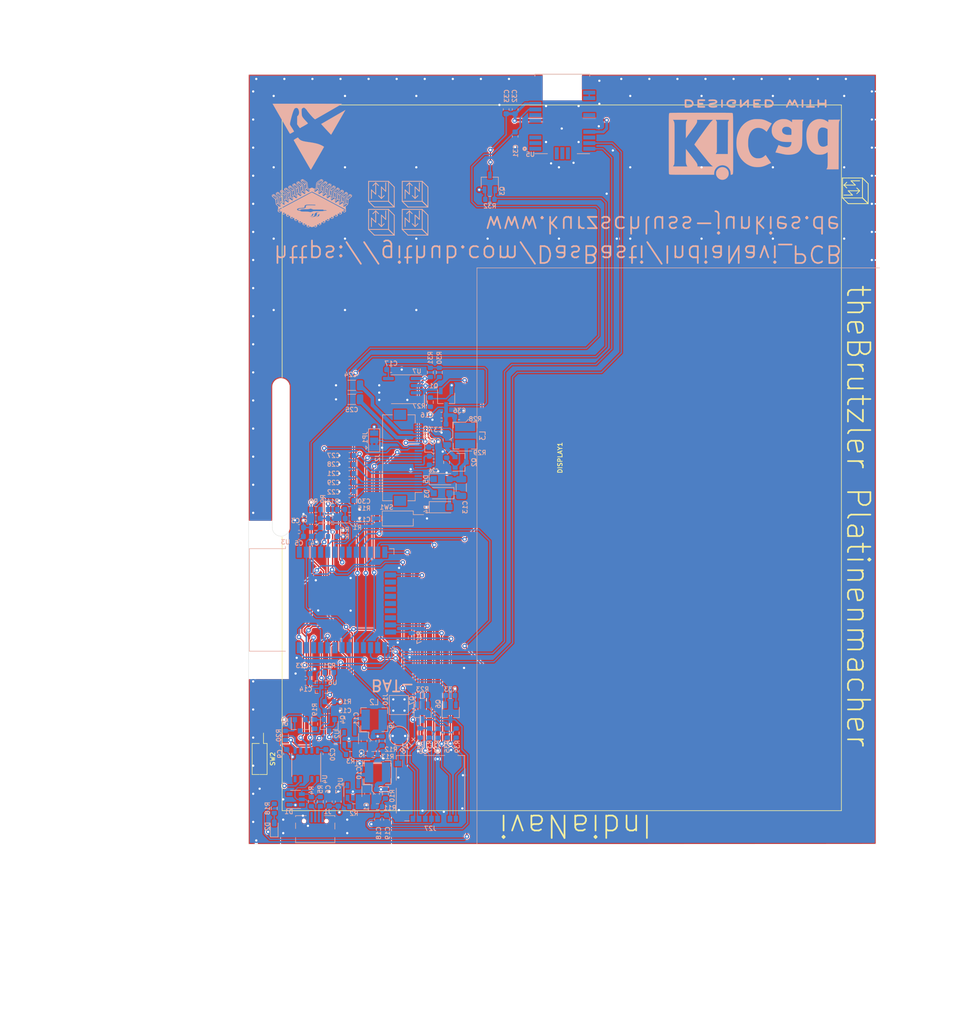
<source format=kicad_pcb>
(kicad_pcb (version 20210424) (generator pcbnew)
  (layers (0 "F.Cu" signal) (1 "In1.Cu" signal) (2 "In2.Cu" signal) (31 "B.Cu" signal) (34 "B.Paste" user) (35 "F.Paste" user) (36 "B.SilkS" user "B.Silkscreen") (37 "F.SilkS" user "F.Silkscreen") (38 "B.Mask" user) (39 "F.Mask" user) (44 "Edge.Cuts" user))
  (net 0 "")
  (net 1 "GND")
  (net 2 "+BATT")
  (net 3 "+3V3")
  (net 4 "VIN_ADC")
  (net 5 "VBAT_ADC")
  (net 6 "EINK_VCC")
  (net 7 "I2C_DAT")
  (net 8 "EINK_SPI_MOSI")
  (net 9 "EINK_SPI_CLK")
  (net 10 "EINK_~CS")
  (net 11 "EINK_DC")
  (net 12 "EINK_STATE")
  (net 13 "SD_DAT0")
  (net 14 "SD_DAT1")
  (net 15 "SD_DAT2")
  (net 16 "EINK_VCC_~EN")
  (net 17 "SD_VCC_nEN")
  (net 18 "GPS_VCC_nEN")
  (net 19 "Net-(R2-Pad1)")
  (net 20 "UART1_RX")
  (net 21 "UART1_TX")
  (net 22 "Net-(SW2-Pad1)")
  (net 23 "G_INT1")
  (net 24 "SD_nDET")
  (net 25 "+5V")
  (net 26 "ESP_~RST")
  (net 27 "Net-(C13-Pad2)")
  (net 28 "Net-(C13-Pad1)")
  (net 29 "Net-(C18-Pad1)")
  (net 30 "Net-(C20-Pad1)")
  (net 31 "/PREVGH")
  (net 32 "/PREVGL")
  (net 33 "Net-(C27-Pad2)")
  (net 34 "Net-(C28-Pad2)")
  (net 35 "Net-(C29-Pad2)")
  (net 36 "Net-(C30-Pad2)")
  (net 37 "/USB_D-")
  (net 38 "/USB_D+")
  (net 39 "Net-(D2-Pad2)")
  (net 40 "Net-(J1-Pad3)")
  (net 41 "Net-(J1-Pad2)")
  (net 42 "SD_nCS")
  (net 43 "/RESE")
  (net 44 "/GDR")
  (net 45 "Net-(L1-Pad1)")
  (net 46 "Net-(L2-Pad1)")
  (net 47 "GPS_SUPPLY")
  (net 48 "Net-(R10-Pad2)")
  (net 49 "Net-(R12-Pad2)")
  (net 50 "Net-(R18-Pad2)")
  (net 51 "SD_CLK")
  (net 52 "SD_DAT3")
  (net 53 "Net-(Q4-Pad1)")
  (net 54 "Net-(J2-Pad19)")
  (net 55 "Net-(J2-Pad18)")
  (net 56 "Net-(J2-Pad17)")
  (net 57 "Net-(U5-Pad16)")
  (net 58 "Net-(Q5-Pad2)")
  (net 59 "Net-(Q5-Pad1)")
  (net 60 "Net-(Q4-Pad2)")
  (net 61 "I2C_CLK")
  (net 62 "Net-(Q7-Pad3)")
  (net 69 "UART_GPS_RX")
  (net 71 "UART_GPS_TX")
  (net 78 "Net-(C15-Pad1)")
  (net 92 "Net-(C25-Pad2)")
  (net 93 "Net-(C24-Pad2)")
  (footprint "Navi_2_0:EPD_MODUL 5.65" (layer "F.Cu") (at 89.6 115.2 -90)
    (fp_text reference "DISPLAY1")
    (fp_text value "SYM_Arrow45_Large")
  )
  (footprint "Button_Switch_SMD:SW_DIP_SPSTx01_Slide_Copal_CHS-01B_W7.62mm_P1.27mm" (layer "F.Cu") (at 35.6 168.8 -90)
    (fp_text reference "SW2")
    (fp_text value "SW_Push")
  )
  (footprint "TheBrutzlers_Lib:Symbol_kurzschlussblog" (layer "F.Cu") (at 139.4 65.4 -90)
    (fp_text reference "SM3" hide)
    (fp_text value "SYM_Arrow45_Tiny" hide)
  )
  (footprint "RF_Module:ESP32-WROOM-32" (layer "B.Cu") (at 49.6375 140.5 -90)
    (fp_text reference "U3")
    (fp_text value "ESP32-WROOM-32")
  )
  (footprint "TestPoint:TestPoint_Pad_D3.0mm" (layer "B.Cu") (at 60.4 164.7 90)
    (fp_text reference "J9")
    (fp_text value "BAT+")
  )
  (footprint "TestPoint:TestPoint_Pad_3.0x3.0mm" (layer "B.Cu") (at 60.4 159.2)
    (fp_text reference "J10")
    (fp_text value "BAT-")
  )
  (footprint "Capacitor_SMD:C_0603_1608Metric" (layer "B.Cu") (at 51.6 121.2)
    (fp_text reference "C22")
    (fp_text value "1µ")
  )
  (footprint "Capacitor_SMD:C_1206_3216Metric" (layer "B.Cu") (at 71.5 120.5 -90)
    (fp_text reference "C13")
    (fp_text value "4µ7")
  )
  (footprint "Capacitor_SMD:C_0603_1608Metric" (layer "B.Cu") (at 68 107.6 180)
    (fp_text reference "C16")
    (fp_text value "4µ7")
  )
  (footprint "Capacitor_SMD:C_0603_1608Metric" (layer "B.Cu") (at 59 99.5)
    (fp_text reference "C17")
    (fp_text value "220n")
  )
  (footprint "Capacitor_SMD:C_0603_1608Metric" (layer "B.Cu") (at 51.6 118)
    (fp_text reference "C21")
    (fp_text value "1µ")
  )
  (footprint "Capacitor_SMD:C_0603_1608Metric" (layer "B.Cu") (at 47.4 167.9 -90)
    (fp_text reference "C20")
    (fp_text value "220n")
  )
  (footprint "Diode_SMD:D_SOD-123F" (layer "B.Cu") (at 68 124)
    (fp_text reference "D4")
    (fp_text value "MBR340F")
  )
  (footprint "Capacitor_SMD:C_1206_3216Metric" (layer "B.Cu") (at 52 102.3)
    (fp_text reference "C24")
    (fp_text value "4µ7")
  )
  (footprint "Capacitor_SMD:C_1206_3216Metric" (layer "B.Cu") (at 52 104.8)
    (fp_text reference "C25")
    (fp_text value "4µ7")
  )
  (footprint "Capacitor_SMD:C_0603_1608Metric" (layer "B.Cu") (at 66.6 116.5)
    (fp_text reference "C26")
    (fp_text value "220n")
  )
  (footprint "Capacitor_SMD:C_0603_1608Metric" (layer "B.Cu") (at 51.625 114.8)
    (fp_text reference "C27")
    (fp_text value "1µ")
  )
  (footprint "Capacitor_SMD:C_0603_1608Metric" (layer "B.Cu") (at 51.6 116.4)
    (fp_text reference "C28")
    (fp_text value "1µ")
  )
  (footprint "Capacitor_SMD:C_0603_1608Metric" (layer "B.Cu") (at 51.6 119.6)
    (fp_text reference "C29")
    (fp_text value "1µ")
  )
  (footprint "Diode_SMD:D_SOD-123F" (layer "B.Cu") (at 68 121.5 180)
    (fp_text reference "D3")
    (fp_text value "MBR340F")
  )
  (footprint "Diode_SMD:D_SOD-123F" (layer "B.Cu") (at 68 119)
    (fp_text reference "D5")
    (fp_text value "MBR340F")
  )
  (footprint "Connector_FFC-FPC:Hirose_FH12-24S-0.5SH_1x24-1MP_P0.50mm_Horizontal" (layer "B.Cu") (at 62 115.2 90)
    (fp_text reference "J2")
    (fp_text value "Conn_01x24_Male")
  )
  (footprint "Capacitor_SMD:C_0603_1608Metric" (layer "B.Cu") (at 51.6 122.8)
    (fp_text reference "C30")
    (fp_text value "1µ")
  )
  (footprint "Package_TO_SOT_SMD:TSOT-23" (layer "B.Cu") (at 68.8 104.6 -90)
    (fp_text reference "Q1")
    (fp_text value "DMG2301L-7 ")
  )
  (footprint "Jumper:SolderJumper-3_P1.3mm_Bridged2Bar12_Pad1.0x1.5mm" (layer "B.Cu") (at 56 112.1 90)
    (fp_text reference "JP1")
    (fp_text value "Jumper_3_Bridged12")
  )
  (footprint "Package_TO_SOT_SMD:SOT-23" (layer "B.Cu") (at 71.4 116)
    (fp_text reference "Q2")
    (fp_text value "TF2310")
  )
  (footprint "Inductor_SMD:L_Bourns-SRN4018" (layer "B.Cu") (at 72.2 111.25 -90)
    (fp_text reference "L3")
    (fp_text value "10µ")
  )
  (footprint "Resistor_SMD:R_0805_2012Metric" (layer "B.Cu") (at 69 112 90)
    (fp_text reference "R28")
    (fp_text value "470m")
  )
  (footprint "Resistor_SMD:R_0603_1608Metric" (layer "B.Cu") (at 66 105.3 90)
    (fp_text reference "R27")
    (fp_text value "100K")
  )
  (footprint "Package_SO:SOIC-8_3.9x4.9mm_P1.27mm" (layer "B.Cu") (at 61 103 180)
    (fp_text reference "U7")
    (fp_text value "TCN75-3.3")
  )
  (footprint "Resistor_SMD:R_0603_1608Metric" (layer "B.Cu") (at 68.9 116 90)
    (fp_text reference "R29")
    (fp_text value "100K")
  )
  (footprint "Resistor_SMD:R_0603_1608Metric" (layer "B.Cu") (at 67.6 100 90)
    (fp_text reference "R30")
    (fp_text value "4K7")
  )
  (footprint "Capacitor_SMD:C_0603_1608Metric" (layer "B.Cu") (at 40.4 167.9 -90)
    (fp_text reference "C9")
    (fp_text value "220n")
  )
  (footprint "Package_SO:SSOP-10_EP1_3.9x4.9mm_P1.00mm" (layer "B.Cu") (at 43.9 169.85 90)
    (fp_text reference "U4")
    (fp_text value "CH340K")
  )
  (footprint "Connector_Card:microSD_HC_Molex_104031-0811" (layer "B.Cu") (at 66 174)
    (fp_text reference "J27")
    (fp_text value "Micro_SD_Card_Det")
  )
  (footprint "Navi_2_0:MICRO QTZB5.0" (layer "B.Cu") (at 45.5 180.09 180)
    (fp_text reference "J1")
    (fp_text value "USB_B_Micro")
  )
  (footprint "Resistor_SMD:R_0603_1608Metric" (layer "B.Cu") (at 66 100 90)
    (fp_text reference "R31")
    (fp_text value "4K7")
  )
  (footprint "Navi_2_0:XCVR_L96-M33" (layer "B.Cu") (at 89.5 54)
    (fp_text reference "U5")
    (fp_text value "L96-M33")
  )
  (footprint "Capacitor_SMD:C_0603_1608Metric" (layer "B.Cu") (at 54.8 175 90)
    (fp_text reference "C1")
    (fp_text value "4µ7")
  )
  (footprint "Capacitor_SMD:C_0603_1608Metric" (layer "B.Cu") (at 54.2 165.6 90)
    (fp_text reference "C2")
    (fp_text value "4µ7")
  )
  (footprint "Resistor_SMD:R_0603_1608Metric" (layer "B.Cu") (at 65.8 164.2 90)
    (fp_text reference "R37")
    (fp_text value "4K7")
  )
  (footprint "Resistor_SMD:R_0603_1608Metric" (layer "B.Cu") (at 48 153.4 180)
    (fp_text reference "R21")
    (fp_text value "4K7")
  )
  (footprint "Inductor_SMD:L_Bourns-SRN4018" (layer "B.Cu") (at 56.6 171.2)
    (fp_text reference "L1")
    (fp_text value "10µ")
  )
  (footprint "Capacitor_SMD:C_0603_1608Metric" (layer "B.Cu") (at 81.1 53.2 -90)
    (fp_text reference "C32")
    (fp_text value "4µ7")
  )
  (footprint "Package_TO_SOT_SMD:SOT-23-6" (layer "B.Cu") (at 42 176)
    (fp_text reference "D1")
    (fp_text value "ESDA6V1-5SC6")
  )
  (footprint "Capacitor_SMD:C_0603_1608Metric" (layer "B.Cu") (at 55.8 165.6 -90)
    (fp_text reference "C11")
    (fp_text value "4µ7")
  )
  (footprint "Capacitor_SMD:C_0603_1608Metric" (layer "B.Cu") (at 48 160.2)
    (fp_text reference "C15")
    (fp_text value "220n")
  )
  (footprint "Resistor_SMD:R_0603_1608Metric" (layer "B.Cu") (at 70.6 164.2 90)
    (fp_text reference "R39")
    (fp_text value "4K7")
  )
  (footprint "Resistor_SMD:R_0603_1608Metric" (layer "B.Cu") (at 48.6 124.4 180)
    (fp_text reference "R14")
    (fp_text value "100K")
  )
  (footprint "Package_TO_SOT_SMD:SOT-23-6" (layer "B.Cu") (at 51.6 165.2 -90)
    (fp_text reference "U2")
    (fp_text value "MT3420C")
  )
  (footprint "Resistor_SMD:R_0603_1608Metric" (layer "B.Cu") (at 46.4 176.4 90)
    (fp_text reference "R5")
    (fp_text value "10R")
  )
  (footprint "Capacitor_SMD:C_0603_1608Metric" (layer "B.Cu") (at 81.1 58 -90)
    (fp_text reference "C31")
    (fp_text value "4µ7")
  )
  (footprint "Resistor_SMD:R_0603_1608Metric" (layer "B.Cu") (at 51.6 124.4 180)
    (fp_text reference "R15")
    (fp_text value "100K")
  )
  (footprint "Navi_1_0-backups:Platinenmacher_14" (layer "B.Cu") (at 44.9 69.9)
    (fp_text reference "G***" hide)
    (fp_text value "LOGO" hide)
  )
  (footprint "Package_TO_SOT_SMD:TSOT-23" (layer "B.Cu") (at 76.6 66.2 90)
    (fp_text reference "Q3")
    (fp_text value "DMG2301L-7 ")
  )
  (footprint "Capacitor_SMD:C_0603_1608Metric" (layer "B.Cu") (at 71.1 107.9)
    (fp_text reference "C36")
    (fp_text value "4µ7")
  )
  (footprint "Capacitor_SMD:C_0603_1608Metric" (layer "B.Cu") (at 45.6 129.2)
    (fp_text reference "C4")
    (fp_text value "220n")
  )
  (footprint "TheBrutzlers_Lib:Symbol_kurzschlussblog" (layer "B.Cu") (at 61 71)
    (fp_text reference "SM3" hide)
    (fp_text value "SYM_Arrow45_Tiny" hide)
  )
  (footprint "Package_TO_SOT_SMD:SOT-23-6" (layer "B.Cu") (at 52.2 174.6 -90)
    (fp_text reference "U1")
    (fp_text value "MT3420C")
  )
  (footprint "TheBrutzlers_Lib:Symbol_kurzschlussblog" (layer "B.Cu") (at 61 66)
    (fp_text reference "SM3" hide)
    (fp_text value "SYM_Arrow45_Tiny" hide)
  )
  (footprint "Capacitor_SMD:C_0603_1608Metric" (layer "B.Cu") (at 43.8 155.2)
    (fp_text reference "C14")
    (fp_text value "4µ7")
  )
  (footprint "Resistor_SMD:R_0603_1608Metric" (layer "B.Cu") (at 48.6 126 180)
    (fp_text reference "R9")
    (fp_text value "100K")
  )
  (footprint "Capacitor_SMD:C_0603_1608Metric" (layer "B.Cu") (at 66.6 114.9)
    (fp_text reference "C35")
    (fp_text value "220n")
  )
  (footprint "Resistor_SMD:R_0603_1608Metric" (layer "B.Cu") (at 76.6 69.2 180)
    (fp_text reference "R32")
    (fp_text value "100K")
  )
  (footprint "Capacitor_SMD:C_0603_1608Metric" (layer "B.Cu") (at 51.6 126 180)
    (fp_text reference "C12")
    (fp_text value "220n")
  )
  (footprint "Resistor_SMD:R_0603_1608Metric" (layer "B.Cu") (at 57.4 165.6 -90)
    (fp_text reference "R12")
    (fp_text value "430K")
  )
  (footprint "Package_TO_SOT_SMD:SOT-23" (layer "B.Cu") (at 42.8 162.8 -90)
    (fp_text reference "Q5")
    (fp_text value "Q_NPN_BEC")
  )
  (footprint "Package_LGA:LGA-12_2x2mm_P0.5mm" (layer "B.Cu") (at 46.6 156 180)
    (fp_text reference "U6")
    (fp_text value "LSM303AH")
  )
  (footprint "Capacitor_SMD:C_0603_1608Metric" (layer "B.Cu") (at 58.2 179.6 90)
    (fp_text reference "C19")
    (fp_text value "4µ7")
  )
  (footprint "Resistor_SMD:R_0603_1608Metric" (layer "B.Cu") (at 48.6 127.6)
    (fp_text reference "R6")
    (fp_text value "100K")
  )
  (footprint "TheBrutzlers_Lib:Symbol_kurzschlussblog" (layer "B.Cu") (at 55 66)
    (fp_text reference "SM3" hide)
    (fp_text value "SYM_Arrow45_Tiny" hide)
  )
  (footprint "Capacitor_SMD:C_0603_1608Metric" (layer "B.Cu") (at 56.6 179.6 -90)
    (fp_text reference "C18")
    (fp_text value "220n")
  )
  (footprint "Capacitor_SMD:C_0603_1608Metric" (layer "B.Cu") (at 42.6 129.2 180)
    (fp_text reference "C5")
    (fp_text value "220n")
  )
  (footprint "Package_TO_SOT_SMD:SOT-23" (layer "B.Cu") (at 48 162.8 -90)
    (fp_text reference "Q4")
    (fp_text value "Q_NPN_BEC")
  )
  (footprint "Resistor_SMD:R_0603_1608Metric" (layer "B.Cu") (at 64.2 164.175 90)
    (fp_text reference "R36")
    (fp_text value "4K7")
  )
  (footprint "Resistor_SMD:R_0603_1608Metric" (layer "B.Cu") (at 69.575 157.5 180)
    (fp_text reference "R33")
    (fp_text value "100K")
  )
  (footprint "Package_TO_SOT_SMD:TSOT-23" (layer "B.Cu") (at 69.6 160.5 -90)
    (fp_text reference "Q6")
    (fp_text value "DMG2301L-7 ")
  )
  (footprint "Capacitor_SMD:C_0603_1608Metric" (layer "B.Cu") (at 43.8 153.6 180)
    (fp_text reference "C23")
    (fp_text value "220n")
  )
  (footprint "Resistor_SMD:R_0603_1608Metric" (layer "B.Cu") (at 44.8 176.4 90)
    (fp_text reference "R4")
    (fp_text value "10R")
  )
  (footprint "Button_Switch_SMD:SW_DIP_SPSTx01_Slide_Copal_CHS-01B_W7.62mm_P1.27mm" (layer "B.Cu") (at 60.2 126 180)
    (fp_text reference "SW1")
    (fp_text value "SW_Push")
  )
  (footprint "Resistor_SMD:R_0603_1608Metric" (layer "B.Cu") (at 67.4 164.225 90)
    (fp_text reference "R38")
    (fp_text value "4K7")
  )
  (footprint "Resistor_SMD:R_0603_1608Metric" (layer "B.Cu") (at 45.6 127.6 180)
    (fp_text reference "R1")
    (fp_text value "4K7")
  )
  (footprint "Resistor_SMD:R_0603_1608Metric" (layer "B.Cu") (at 45.6 124.4 180)
    (fp_text reference "R8")
    (fp_text value "100K")
  )
  (footprint "Resistor_SMD:R_0603_1608Metric" (layer "B.Cu") (at 58 175 -90)
    (fp_text reference "R10")
    (fp_text value "590K")
  )
  (footprint "Resistor_SMD:R_0603_1608Metric" (layer "B.Cu") (at 38.2 177.6 90)
    (fp_text reference "R18")
    (fp_text value "4K7")
  )
  (footprint "Resistor_SMD:R_0603_1608Metric" (layer "B.Cu") (at 69 164.2 -90)
    (fp_text reference "R35")
    (fp_text value "4K7")
  )
  (footprint "Resistor_SMD:R_0603_1608Metric" (layer "B.Cu") (at 52.375 177.3)
    (fp_text reference "R2")
    (fp_text value "4K7")
  )
  (footprint "Capacitor_SMD:C_0603_1608Metric" (layer "B.Cu") (at 79.5 53.2 -90)
    (fp_text reference "C33")
    (fp_text value "4µ7")
  )
  (footprint "Resistor_SMD:R_0603_1608Metric" (layer "B.Cu") (at 64.6 157.5)
    (fp_text reference "R23")
    (fp_text value "100K")
  )
  (footprint "Resistor_SMD:R_0603_1608Metric" (layer "B.Cu") (at 62.6 147.2 90)
    (fp_text reference "R17")
    (fp_text value "100K")
  )
  (footprint "Capacitor_SMD:C_0603_1608Metric" (layer "B.Cu") (at 68 109.2 180)
    (fp_text reference "C37")
    (fp_text value "4µ7")
  )
  (footprint "LED_SMD:LED_0603_1608Metric_Castellated" (layer "B.Cu") (at 38.2 181 90)
    (fp_text reference "D2")
    (fp_text value "LED")
  )
  (footprint "Resistor_SMD:R_0603_1608Metric" (layer "B.Cu") (at 48.6 129.2 180)
    (fp_text reference "R7")
    (fp_text value "100K")
  )
  (footprint "Capacitor_SMD:C_0603_1608Metric" (layer "B.Cu") (at 66.5 113.3)
    (fp_text reference "C34")
    (fp_text value "220n")
  )
  (footprint "Resistor_SMD:R_0603_1608Metric" (layer "B.Cu") (at 51.8 168)
    (fp_text reference "R3")
    (fp_text value "4K7")
  )
  (footprint "Capacitor_SMD:C_0603_1608Metric" (layer "B.Cu") (at 42.625 127.6 180)
    (fp_text reference "C3")
    (fp_text value "4µ7")
  )
  (footprint "Resistor_SMD:R_0603_1608Metric" (layer "B.Cu") (at 45.4 162.6 -90)
    (fp_text reference "R19")
    (fp_text value "4K7")
  )
  (footprint "Resistor_SMD:R_0603_1608Metric" (layer "B.Cu") (at 40.2 164.6 -90)
    (fp_text reference "R20")
    (fp_text value "4K7")
  )
  (footprint "TheBrutzlers_Lib:Symbol_kurzschlussblog" (layer "B.Cu") (at 55 71)
    (fp_text reference "SM3" hide)
    (fp_text value "SYM_Arrow45_Tiny" hide)
  )
  (footprint "Package_TO_SOT_SMD:TSOT-23" (layer "B.Cu") (at 64.6 160.5 -90)
    (fp_text reference "Q7")
    (fp_text value "DMG2301L-7 ")
  )
  (footprint "Capacitor_SMD:C_0603_1608Metric" (layer "B.Cu") (at 56.4 175 -90)
    (fp_text reference "C10")
    (fp_text value "4µ7")
  )
  (footprint "Capacitor_SMD:C_0603_1608Metric" (layer "B.Cu") (at 45.625 126)
    (fp_text reference "C8")
    (fp_text value "220n")
  )
  (footprint "Capacitor_SMD:C_0603_1608Metric" (layer "B.Cu") (at 48 176.4 -90)
    (fp_text reference "C6")
    (fp_text value "220n")
  )
  (footprint "Capacitor_SMD:C_0603_1608Metric" (layer "B.Cu") (at 49.6 176.4 -90)
    (fp_text reference "C7")
    (fp_text value "4µ7")
  )
  (footprint "Resistor_SMD:R_0603_1608Metric" (layer "B.Cu") (at 48 158.6)
    (fp_text reference "R16")
    (fp_text value "4K7")
  )
  (footprint "Inductor_SMD:L_Bourns-SRN4018" (layer "B.Cu") (at 56 161.8)
    (fp_text reference "L2")
    (fp_text value "10µ")
  )
  (footprint "Symbol:KiCad-Logo2_12mm_SilkScreen" (layer "B.Cu") (at 123.7 59.8)
    (fp_text reference "REF**" hide)
    (fp_text value "KiCad-Logo2_12mm_SilkScreen" hide)
  )
  (footprint "Resistor_SMD:R_0603_1608Metric" (layer "B.Cu") (at 55.8 168)
    (fp_text reference "R13")
    (fp_text value "100K")
  )
  (footprint "Resistor_SMD:R_0603_1608Metric" (layer "B.Cu") (at 56.6 177.3)
    (fp_text reference "R11")
    (fp_text value "100K")
  )
  (footprint "Symbol:ESD-Logo_13.2x12mm_SilkScreen" (layer "B.Cu") (at 44.4 58.1)
    (fp_text reference "REF**" hide)
    (fp_text value "ESD-Logo_13.2x12mm_SilkScreen" hide)
  )
  (gr_line (start 74.3 81.4) (end 146 81.4) (layer "B.SilkS") (width 0.1))
  (gr_line (start 74.3 81.4) (end 74.3 183.9) (layer "B.SilkS") (width 0.1))
  (gr_line (start 65 114.2) (end 65 111.8) (layer "B.SilkS") (width 0.12))
  (gr_line (start 48.6 126) (end 48.6 125.7) (layer "B.SilkS") (width 0.12))
  (gr_line (start 55.6 173.4) (end 54 173.4) (layer "B.SilkS") (width 0.12))
  (gr_line (start 69 114.6) (end 69.6 114) (layer "B.SilkS") (width 0.12))
  (gr_line (start 56.2 175.1) (end 55.6 174.5) (layer "B.SilkS") (width 0.12))
  (gr_line (start 55.6 174.5) (end 55.6 173.4) (layer "B.SilkS") (width 0.12))
  (gr_line (start 69.6 114) (end 73.4 114) (layer "B.SilkS") (width 0.12))
  (gr_line (start 55.6 165.6) (end 55 165) (layer "B.SilkS") (width 0.12))
  (gr_line (start 55 164) (end 53.4 164) (layer "B.SilkS") (width 0.12))
  (gr_line (start 48.6 125.7) (end 48.362742 125.4775) (layer "B.SilkS") (width 0.12))
  (gr_line (start 48.362742 125.4775) (end 48.2 125.3) (layer "B.SilkS") (width 0.12))
  (gr_line (start 46.2 126.8) (end 51.6 126.8) (layer "B.SilkS") (width 0.12))
  (gr_line (start 48.2 125.3) (end 47.1 125.3) (layer "B.SilkS") (width 0.12))
  (gr_line (start 72.3 108.865) (end 72.8 108.3) (layer "B.SilkS") (width 0.12))
  (gr_line (start 69.99 108.865) (end 72.3 108.865) (layer "B.SilkS") (width 0.12))
  (gr_line (start 51.6 126.8) (end 52.2 127.4) (layer "B.SilkS") (width 0.12))
  (gr_line (start 66.6 114.6) (end 66.2 114.2) (layer "B.SilkS") (width 0.12))
  (gr_line (start 52.2 127.4) (end 52.4 127.4) (layer "B.SilkS") (width 0.12))
  (gr_line (start 53.4 163.2) (end 52.8 162.6) (layer "B.SilkS") (width 0.12))
  (gr_line (start 66.2 114.2) (end 65 114.2) (layer "B.SilkS") (width 0.12))
  (gr_line (start 54 173.4) (end 54 172.4) (layer "B.SilkS") (width 0.12))
  (gr_line (start 69.4 112) (end 69.99 111.6) (layer "B.SilkS") (width 0.12))
  (gr_line (start 45.6 127.4) (end 46.2 126.8) (layer "B.SilkS") (width 0.12))
  (gr_line (start 69.99 111.6) (end 69.99 108.865) (layer "B.SilkS") (width 0.12))
  (gr_line (start 55 165) (end 55 164) (layer "B.SilkS") (width 0.12))
  (gr_line (start 53.4 164) (end 53.4 163.2) (layer "B.SilkS") (width 0.12))
  (gr_line (start 47.1 125.3) (end 47.1 123.3) (layer "B.SilkS") (width 0.12))
  (gr_line (start 39.6 178) (end 39.6 129.3) (layer "F.SilkS") (width 0.12))
  (gr_line (start 39.6 52.4) (end 139.2 52.4) (layer "F.SilkS") (width 0.12))
  (gr_line (start 139.2 178) (end 39.6 178) (layer "F.SilkS") (width 0.12))
  (gr_line (start 139.2 52.4) (end 139.2 178) (layer "F.SilkS") (width 0.12))
  (gr_line (start 39.6 100.9) (end 39.6 52.4) (layer "F.SilkS") (width 0.12))
  (gr_line (start 145.35 183.95) (end 33.65 183.95) (layer "Edge.Cuts") (width 0.05))
  (gr_line (start 40.95 127.6) (end 40.95 102.6) (layer "Edge.Cuts") (width 0.05))
  (gr_line (start 37.846 102.6) (end 37.846 127.6) (layer "Edge.Cuts") (width 0.05))
  (gr_arc (start 39.398 127.6) (end 37.846 127.6) (angle -180) (layer "Edge.Cuts") (width 0.05))
  (gr_arc (start 39.398 102.6) (end 40.95 102.6) (angle -180) (layer "Edge.Cuts") (width 0.05))
  (gr_line (start 33.65 47) (end 145.35 47) (layer "Edge.Cuts") (width 0.05))
  (gr_line (start 145.35 47) (end 145.35 183.95) (layer "Edge.Cuts") (width 0.05))
  (gr_line (start 33.65 183.95) (end 33.65 47) (layer "Edge.Cuts") (width 0.05))
  (gr_text "BAT-" (at 59.3 155.7 -180) (layer "B.SilkS") (effects (font (size 2 2) (thickness 0.3)) (justify mirror)))
  (gr_text "BAT+" (at 62.1 166.3 225) (layer "B.SilkS") (effects (font (size 1 1)) (justify mirror)))
  (gr_text "https://github.com/DasBasti/IndiaNavi_PCB" (at 88.7 78.9 -180) (layer "B.SilkS") (effects (font (size 3 3) (thickness 0.3)) (justify mirror)))
  (gr_text "www.kurzschluss-junkies.de" (at 107.4 73.7 -180) (layer "B.SilkS") (effects (font (size 3 3) (thickness 0.3)) (justify mirror)))
  (gr_text "theBrutzler Platinenmacher" (at 142.2 125.6 270) (layer "F.SilkS") (effects (font (size 4 4) (thickness 0.3))))
  (gr_text "IndiaNavi" (at 91.8 180.7 180) (layer "F.SilkS") (effects (font (size 4 4) (thickness 0.3))))
  (segment (start 35.6 172.61) (end 35.6 174.1) (width 0.25) (layer "F.Cu") (net 1))
  (via (at 65.4 126) (size 0.8) (drill 0.4) (layers "F.Cu" "B.Cu") (net 1))
  (via (at 67.999926 110.72402) (size 0.8) (drill 0.4) (layers "F.Cu" "B.Cu") (net 1))
  (via (at 43.4 125.2) (size 0.8) (drill 0.4) (layers "F.Cu" "B.Cu") (net 1))
  (via (at 34.45 75) (size 0.8) (drill 0.4) (layers "F.Cu" "B.Cu") (net 1))
  (via (at 115 47.775) (size 0.8) (drill 0.4) (layers "F.Cu" "B.Cu") (net 1))
  (via (at 61.9 104.9) (size 0.8) (drill 0.4) (layers "F.Cu" "B.Cu") (net 1))
  (via (at 101.6 50.8) (size 0.8) (drill 0.4) (layers "F.Cu" "B.Cu") (net 1))
  (via (at 50.8 63.5) (size 0.8) (drill 0.4) (layers "F.Cu" "B.Cu") (net 1))
  (via (at 42 153.6) (size 0.8) (drill 0.4) (layers "F.Cu" "B.Cu") (net 1))
  (via (at 34.45 160) (size 0.8) (drill 0.4) (layers "F.Cu" "B.Cu") (net 1))
  (via (at 101.6 63.5) (size 0.8) (drill 0.4) (layers "F.Cu" "B.Cu") (net 1))
  (via (at 88.9 63.5) (size 0.8) (drill 0.4) (layers "F.Cu" "B.Cu") (net 1))
  (via (at 66.375693 108.426208) (size 0.8) (drill 0.4) (layers "F.Cu" "B.Cu") (net 1))
  (via (at 34.45 125) (size 0.8) (drill 0.4) (layers "F.Cu" "B.Cu") (net 1))
  (via (at 91.5 62.7) (size 0.8) (drill 0.4) (layers "F.Cu" "B.Cu") (net 1))
  (via (at 49.8 118) (size 0.8) (drill 0.4) (layers "F.Cu" "B.Cu") (net 1))
  (via (at 127 76.2) (size 0.8) (drill 0.4) (layers "F.Cu" "B.Cu") (net 1))
  (via (at 101.6 76.2) (size 0.8) (drill 0.4) (layers "F.Cu" "B.Cu") (net 1))
  (via (at 49.6 174.6) (size 0.8) (drill 0.4) (layers "F.Cu" "B.Cu") (net 1))
  (via (at 139.7 76.2) (size 0.8) (drill 0.4) (layers "F.Cu" "B.Cu") (net 1))
  (via (at 61.4 158.2) (size 0.8) (drill 0.4) (layers "F.Cu" "B.Cu") (net 1))
  (via (at 34.45 115) (size 0.8) (drill 0.4) (layers "F.Cu" "B.Cu") (net 1))
  (via (at 38.1 63.5) (size 0.8) (drill 0.4) (layers "F.Cu" "B.Cu") (net 1))
  (via (at 51.5 165.170498) (size 0.8) (drill 0.4) (layers "F.Cu" "B.Cu") (net 1))
  (via (at 63.5 88.9) (size 0.8) (drill 0.4) (layers "F.Cu" "B.Cu") (net 1))
  (via (at 49.2 102.3) (size 0.8) (drill 0.4) (layers "F.Cu" "B.Cu") (net 1))
  (via (at 144.625 55) (size 0.8) (drill 0.4) (layers "F.Cu" "B.Cu") (net 1))
  (via (at 144.625 70) (size 0.8) (drill 0.4) (layers "F.Cu" "B.Cu") (net 1))
  (via (at 42.2 150.8) (size 0.8) (drill 0.4) (layers "F.Cu" "B.Cu") (net 1))
  (via (at 144.625 50) (size 0.8) (drill 0.4) (layers "F.Cu" "B.Cu") (net 1))
  (via (at 67.4 112.3) (size 0.8) (drill 0.4) (layers "F.Cu" "B.Cu") (net 1))
  (via (at 40 47.775) (size 0.8) (drill 0.4) (layers "F.Cu" "B.Cu") (net 1))
  (via (at 53.4 124.4) (size 0.8) (drill 0.4) (layers "F.Cu" "B.Cu") (net 1))
  (via (at 56.9 104.9) (size 0.8) (drill 0.4) (layers "F.Cu" "B.Cu") (net 1))
  (via (at 45 47.775) (size 0.8) (drill 0.4) (layers "F.Cu" "B.Cu") (net 1))
  (via (at 35.6 174.1) (size 0.8) (drill 0.4) (layers "F.Cu" "B.Cu") (net 1))
  (via (at 71.7 177.6) (size 0.8) (drill 0.4) (layers "F.Cu" "B.Cu") (net 1))
  (via (at 34.45 100) (size 0.8) (drill 0.4) (layers "F.Cu" "B.Cu") (net 1))
  (via (at 100 47.775) (size 0.8) (drill 0.4) (layers "F.Cu" "B.Cu") (net 1))
  (via (at 114.3 50.8) (size 0.8) (drill 0.4) (layers "F.Cu" "B.Cu") (net 1))
  (via (at 60.4255 134.8) (size 0.8) (drill 0.4) (layers "F.Cu" "B.Cu") (net 1))
  (via (at 72 152.6) (size 0.8) (drill 0.4) (layers "F.Cu" "B.Cu") (net 1))
  (via (at 75 47.775) (size 0.8) (drill 0.4) (layers "F.Cu" "B.Cu") (net 1))
  (via (at 130 47.775) (size 0.8) (drill 0.4) (layers "F.Cu" "B.Cu") (net 1))
  (via (at 34.45 60) (size 0.8) (drill 0.4) (layers "F.Cu" "B.Cu") (net 1))
  (via (at 34.45 120) (size 0.8) (drill 0.4) (layers "F.Cu" "B.Cu") (net 1))
  (via (at 34.45 105) (size 0.8) (drill 0.4) (layers "F.Cu" "B.Cu") (net 1))
  (via (at 53.4 126) (size 0.8) (drill 0.4) (layers "F.Cu" "B.Cu") (net 1))
  (via (at 34.45 175) (size 0.8) (drill 0.4) (layers "F.Cu" "B.Cu") (net 1))
  (via (at 49.8 114.8) (size 0.8) (drill 0.4) (layers "F.Cu" "B.Cu") (net 1))
  (via (at 60 47.775) (size 0.8) (drill 0.4) (layers "F.Cu" "B.Cu") (net 1))
  (via (at 45.7 130.2) (size 0.8) (drill 0.4) (layers "F.Cu" "B.Cu") (net 1))
  (via (at 56.9 102.3) (size 0.8) (drill 0.4) (layers "F.Cu" "B.Cu") (net 1))
  (via (at 144.625 60) (size 0.8) (drill 0.4) (layers "F.Cu" "B.Cu") (net 1))
  (via (at 144.625 65) (size 0.8) (drill 0.4) (layers "F.Cu" "B.Cu") (net 1))
  (via (at 61.4 160.2) (size 0.8) (drill 0.4) (layers "F.Cu" "B.Cu") (net 1))
  (via (at 70 47.775) (size 0.8) (drill 0.4) (layers "F.Cu" "B.Cu") (net 1))
  (via (at 53.4 169.6) (size 0.8) (drill 0.4) (layers "F.Cu" "B.Cu") (net 1))
  (via (at 135 47.775) (size 0.8) (drill 0.4) (layers "F.Cu" "B.Cu") (net 1))
  (via (at 63.5 76.2) (size 0.8) (drill 0.4) (layers "F.Cu" "B.Cu") (net 1))
  (via (at 56.9 103.6) (size 0.8) (drill 0.4) (layers "F.Cu" "B.Cu") (net 1))
  (via (at 39.8 182) (size 0.8) (drill 0.4) (layers "F.Cu" "B.Cu") (net 1))
  (via (at 98.5 60.5) (size 0.8) (drill 0.4) (layers "F.Cu" "B.Cu") (net 1))
  (via (at 60.4 177.9) (size 0.8) (drill 0.4) (layers "F.Cu" "B.Cu") (net 1))
  (via (at 65.3 124) (size 0.8) (drill 0.4) (layers "F.Cu" "B.Cu") (net 1))
  (via (at 45.6 137) (size 0.8) (drill 0.4) (layers "F.Cu" "B.Cu") (net 1))
  (via (at 62.4 149.3) (size 0.8) (drill 0.4) (layers "F.Cu" "B.Cu") (net 1))
  (via (at 76.2 76.2) (size 0.8) (drill 0.4) (layers "F.Cu" "B.Cu") (net 1))
  (via (at 92.4 59) (size 0.8) (drill 0.4) (layers "F.Cu" "B.Cu") (net 1))
  (via (at 64.6 178) (size 0.8) (drill 0.4) (layers "F.Cu" "B.Cu") (net 1))
  (via (at 127 50.8) (size 0.8) (drill 0.4) (layers "F.Cu" "B.Cu") (net 1))
  (via (at 110 47.775) (size 0.8) (drill 0.4) (layers "F.Cu" "B.Cu") (net 1))
  (via (at 59.4 160.2) (size 0.8) (drill 0.4) (layers "F.Cu" "B.Cu") (net 1))
  (via (at 97.4 68.2) (size 0.8) (drill 0.4) (layers "F.Cu" "B.Cu") (net 1))
  (via (at 96 56.2) (size 0.8) (drill 0.4) (layers "F.Cu" "B.Cu") (net 1))
  (via (at 34.45 165) (size 0.8) (drill 0.4) (layers "F.Cu" "B.Cu") (net 1))
  (via (at 86.6 52.6) (size 0.8) (drill 0.4) (layers "F.Cu" "B.Cu") (net 1))
  (via (at 67.4 117.6) (size 0.8) (drill 0.4) (layers "F.Cu" "B.Cu") (net 1))
  (via (at 49.8 121.2) (size 0.8) (drill 0.4) (layers "F.Cu" "B.Cu") (net 1))
  (via (at 63.5 63.5) (size 0.8) (drill 0.4) (layers "F.Cu" "B.Cu") (net 1))
  (via (at 144.625 75) (size 0.8) (drill 0.4) (layers "F.Cu" "B.Cu") (net 1))
  (via (at 68.4 178.2) (size 0.8) (drill 0.4) (layers "F.Cu" "B.Cu") (net 1))
  (via (at 86.6 59) (size 0.8) (drill 0.4) (layers "F.Cu" "B.Cu") (net 1))
  (via (at 60.198 148.082) (size 0.8) (drill 0.4) (layers "F.Cu" "B.Cu") (net 1))
  (via (at 34.45 65) (size 0.8) (drill 0.4) (layers "F.Cu" "B.Cu") (net 1))
  (via (at 114.3 76.2) (size 0.8) (drill 0.4) (layers "F.Cu" "B.Cu") (net 1))
  (via (at 39.8 179.6) (size 0.8) (drill 0.4) (layers "F.Cu" "B.Cu") (net 1))
  (via (at 139.7 50.8) (size 0.8) (drill 0.4) (layers "F.Cu" "B.Cu") (net 1))
  (via (at 55.5 180.4) (size 0.8) (drill 0.4) (layers "F.Cu" "B.Cu") (net 1))
  (via (at 57.4 113.4) (size 0.8) (drill 0.4) (layers "F.Cu" "B.Cu") (net 1))
  (via (at 92.4 52.6) (size 0.8) (drill 0.4) (layers "F.Cu" "B.Cu") (net 1))
  (via (at 96.1 48.1) (size 0.8) (drill 0.4) (layers "F.Cu" "B.Cu") (net 1))
  (via (at 49.2 104.8) (size 0.8) (drill 0.4) (layers "F.Cu" "B.Cu") (net 1))
  (via (at 71.8 171.7) (size 0.8) (drill 0.4) (layers "F.Cu" "B.Cu") (net 1))
  (via (at 69.7 167.2) (size 0.8) (drill 0.4) (layers "F.Cu" "B.Cu") (net 1))
  (via (at 38.1 76.2) (size 0.8) (drill 0.4) (layers "F.Cu" "B.Cu") (net 1))
  (via (at 50.8 88.9) (size 0.8) (drill 0.4) (layers "F.Cu" "B.Cu") (net 1))
  (via (at 38.1 88.9) (size 0.8) (drill 0.4) (layers "F.Cu" "B.Cu") (net 1))
  (via (at 34.45 155) (size 0.8) (drill 0.4) (layers "F.Cu" "B.Cu") (net 1))
  (via (at 34.45 180) (size 0.8) (drill 0.4) (layers "F.Cu" "B.Cu") (net 1))
  (via (at 50.8 50.8) (size 0.8) (drill 0.4) (layers "F.Cu" "B.Cu") (net 1))
  (via (at 49.8 122.8) (size 0.8) (drill 0.4) (layers "F.Cu" "B.Cu") (net 1))
  (via (at 38.1 50.8) (size 0.8) (drill 0.4) (layers "F.Cu" "B.Cu") (net 1))
  (via (at 52.2 174.6) (size 0.8) (drill 0.4) (layers "F.Cu" "B.Cu") (net 1))
  (via (at 49.8 119.6) (size 0.8) (drill 0.4) (layers "F.Cu" "B.Cu") (net 1))
  (via (at 34.45 95) (size 0.8) (drill 0.4) (layers "F.Cu" "B.Cu") (net 1))
  (via (at 68.2 114.1) (size 0.8) (drill 0.4) (layers "F.Cu" "B.Cu") (net 1))
  (via (at 139.7 63.5) (size 0.8) (drill 0.4) (layers "F.Cu" "B.Cu") (net 1))
  (via (at 34.45 110) (size 0.8) (drill 0.4) (layers "F.Cu" "B.Cu") (net 1))
  (via (at 63.5 50.8) (size 0.8) (drill 0.4) (layers "F.Cu" "B.Cu") (net 1))
  (via (at 34.45 50) (size 0.8) (drill 0.4) (layers "F.Cu" "B.Cu") (net 1))
  (via (at 39.8 176) (size 0.8) (drill 0.4) (layers "F.Cu" "B.Cu") (net 1))
  (via (at 140 47.775) (size 0.8) (drill 0.4) (layers "F.Cu" "B.Cu") (net 1))
  (via (at 65 47.775) (size 0.8) (drill 0.4) (layers "F.Cu" "B.Cu") (net 1))
  (via (at 49.9 160.2) (size 0.8) (drill 0.4) (layers "F.Cu" "B.Cu") (net 1))
  (via (at 51.8 136.6) (size 0.8) (drill 0.4) (layers "F.Cu" "B.Cu") (net 1))
  (via (at 99.2 76.2) (size 0.8) (drill 0.4) (layers "F.Cu" "B.Cu") (net 1))
  (via (at 35 183.3) (size 0.8) (drill 0.4) (layers "F.Cu" "B.Cu") (net 1))
  (via (at 60.9 99.5) (size 0.8) (drill 0.4) (layers "F.Cu" "B.Cu") (net 1))
  (via (at 48 174.6) (size 0.8) (drill 0.4) (layers "F.Cu" "B.Cu") (net 1))
  (via (at 37.112678 181.770893) (size 0.8) (drill 0.4) (layers "F.Cu" "B.Cu") (net 1))
  (via (at 68.9 117.850498) (size 0.8) (drill 0.4) (layers "F.Cu" "B.Cu") (net 1))
  (via (at 34.45 90) (size 0.8) (drill 0.4) (layers "F.Cu" "B.Cu") (net 1))
  (via (at 43.3 178.9) (size 0.8) (drill 0.4) (layers "F.Cu" "B.Cu") (net 1))
  (via (at 51.2 182) (size 0.8) (drill 0.4) (layers "F.Cu" "B.Cu") (net 1))
  (via (at 48.639021 125.277805) (size 0.8) (drill 0.4) (layers "F.Cu" "B.Cu") (net 1))
  (via (at 59.4 158.2) (size 0.8) (drill 0.4) (layers "F.Cu" "B.Cu") (net 1))
  (via (at 89.4 56.6) (size 0.8) (drill 0.4) (layers "F.Cu" "B.Cu") (net 1))
  (via (at 34.45 170) (size 0.8) (drill 0.4) (layers "F.Cu" "B.Cu") (net 1))
  (via (at 50.8 76.2) (size 0.8) (drill 0.4) (layers "F.Cu" "B.Cu") (net 1))
  (via (at 62.3 150.7) (size 0.8) (drill 0.4) (layers "F.Cu" "B.Cu") (net 1))
  (via (at 105 47.775) (size 0.8) (drill 0.4) (layers "F.Cu" "B.Cu") (net 1))
  (via (at 81.1 59.9) (size 0.8) (drill 0.4) (layers "F.Cu" "B.Cu") (net 1))
  (via (at 50 47.775) (size 0.8) (drill 0.4) (layers "F.Cu" "B.Cu") (net 1))
  (via (at 41.9 126.3) (size 0.8) (drill 0.4) (layers "F.Cu" "B.Cu") (net 1))
  (via (at 34.45 80) (size 0.8) (drill 0.4) (layers "F.Cu" "B.Cu") (net 1))
  (via (at 127 63.5) (size 0.8) (drill 0.4) (layers "F.Cu" "B.Cu") (net 1))
  (via (at 80 47.775) (size 0.8) (drill 0.4) (layers "F.Cu" "B.Cu") (net 1))
  (via (at 114.3 63.5) (size 0.8) (drill 0.4) (layers "F.Cu" "B.Cu") (net 1))
  (via (at 60.3 172.1) (size 0.8) (drill 0.4) (layers "F.Cu" "B.Cu") (net 1))
  (via (at 35 47.775) (size 0.8) (drill 0.4) (layers "F.Cu" "B.Cu") (net 1))
  (via (at 44.2 180.7) (size 0.8) (drill 0.4) (layers "F.Cu" "B.Cu") (net 1))
  (via (at 34.45 70) (size 0.8) (drill 0.4) (layers "F.Cu" "B.Cu") (net 1))
  (via (at 49.8 116.4) (size 0.8) (drill 0.4) (layers "F.Cu" "B.Cu") (net 1))
  (via (at 57.6 168.7) (size 0.8) (drill 0.4) (layers "F.Cu" "B.Cu") (net 1))
  (via (at 34.45 55) (size 0.8) (drill 0.4) (layers "F.Cu" "B.Cu") (net 1))
  (via (at 55 47.775) (size 0.8) (drill 0.4) (layers "F.Cu" "B.Cu") (net 1))
  (via (at 71.9 106.8) (size 0.8) (drill 0.4) (layers "F.Cu" "B.Cu") (net 1))
  (via (at 87.5 62.8) (size 0.8) (drill 0.4) (layers "F.Cu" "B.Cu") (net 1))
  (via (at 63.8 167.4) (size 0.8) (drill 0.4) (layers "F.Cu" "B.Cu") (net 1))
  (via (at 144.625 80) (size 0.8) (drill 0.4) (layers "F.Cu" "B.Cu") (net 1))
  (via (at 96.1 52.2) (size 0.8) (drill 0.4) (layers "F.Cu" "B.Cu") (net 1))
  (via (at 67.3 168.8) (size 0.8) (drill 0.4) (layers "F.Cu" "B.Cu") (net 1))
  (via (at 46.026944 142.373056) (size 0.8) (drill 0.4) (layers "F.Cu" "B.Cu") (net 1))
  (via (at 34.45 85) (size 0.8) (drill 0.4) (layers "F.Cu" "B.Cu") (net 1))
  (via (at 51.8 142.4) (size 0.8) (drill 0.4) (layers "F.Cu" "B.Cu") (net 1))
  (via (at 120 47.775) (size 0.8) (drill 0.4) (layers "F.Cu" "B.Cu") (net 1))
  (via (at 78.3 52.4) (size 0.8) (drill 0.4) (layers "F.Cu" "B.Cu") (net 1))
  (via (at 51.2 179.6) (size 0.8) (drill 0.4) (layers "F.Cu" "B.Cu") (net 1))
  (via (at 125 47.775) (size 0.8) (drill 0.4) (layers "F.Cu" "B.Cu") (net 1))
  (via (at 88.9 76.2) (size 0.8) (drill 0.4) (layers "F.Cu" "B.Cu") (net 1))
  (via (at 62.5 117.2255) (size 0.8) (drill 0.4) (layers "F.Cu" "B.Cu") (net 1))
  (segment (start 82.8 49.6) (end 82.8 49.7) (width 0.25) (layer "B.Cu") (net 1))
  (segment (start 81.1 52.425) (end 79.5 52.425) (width 0.25) (layer "B.Cu") (net 1))
  (segment (start 81.1 58.775) (end 81.1 59.9) (width 0.25) (layer "B.Cu") (net 1))
  (segment (start 41.825 127.625) (end 41.85 127.6) (width 0.25) (layer "B.Cu") (net 1))
  (segment (start 78.325 52.425) (end 78.3 52.4) (width 0.25) (layer "B.Cu") (net 1))
  (segment (start 41.475 179.64) (end 39.84 179.64) (width 0.25) (layer "B.Cu") (net 1))
  (segment (start 84.7 57.2) (end 83.8 57.2) (width 0.25) (layer "B.Cu") (net 1))
  (segment (start 48.9 139.5) (end 51.8 142.4) (width 0.25) (layer "B.Cu") (net 1))
  (segment (start 66.6 124) (end 65.3 124) (width 0.65) (layer "B.Cu") (net 1))
  (segment (start 44.85 126) (end 44.8 126) (width 0.25) (layer "B.Cu") (net 1))
  (segment (start 71.755 177.655) (end 71.7 177.6) (width 0.25) (layer "B.Cu") (net 1))
  (segment (start 60.435 179.325) (end 60.435 177.935) (width 0.25) (layer "B.Cu") (net 1))
  (segment (start 82.8 48.1) (end 82.8 49.1) (width 0.25) (layer "B.Cu") (net 1))
  (segment (start 49.615 182) (end 51.2 182) (width 0.25) (layer "B.Cu") (net 1))
  (segment (start 84.7 50.2) (end 82.8 50.2) (width 0.25) (layer "B.Cu") (net 1))
  (segment (start 41.825 129.2) (end 41.825 127.625) (width 0.25) (layer "B.Cu") (net 1))
  (segment (start 94.3 53.2) (end 95.9 53.2) (width 0.25) (layer "B.Cu") (net 1))
  (segment (start 44.2 179.165) (end 43.565 179.165) (width 0.25) (layer "B.Cu") (net 1))
  (segment (start 56.6 180.375) (end 58.2 180.375) (width 0.25) (layer "B.Cu") (net 1))
  (segment (start 44.2 179.165) (end 44.2 180.7) (width 0.25) (layer "B.Cu") (net 1))
  (segment (start 44.5625 156.7375) (end 43.025 155.2) (width 0.25) (layer "B.Cu") (net 1))
  (segment (start 41.85 126.35) (end 41.9 126.3) (width 0.25) (layer "B.Cu") (net 1))
  (segment (start 46.4 137) (end 48.8825 139.4825) (width 0.25) (layer "B.Cu") (net 1))
  (segment (start 44.8 126) (end 44.1 125.3) (width 0.25) (layer "B.Cu") (net 1))
  (segment (start 56.9 104.9) (end 56.905 104.905) (width 0.25) (layer "B.Cu") (net 1))
  (segment (start 82.8 49.7) (end 82.8 50.6) (width 0.25) (layer "B.Cu") (net 1))
  (segment (start 49.361216 126) (end 48.639021 125.277805) (width 0.25) (layer "B.Cu") (net 1))
  (segment (start 56.9 102.3) (end 56.965 102.365) (width 0.25) (layer "B.Cu") (net 1))
  (segment (start 91.5 61) (end 91.5 62.7) (width 0.25) (layer "B.Cu") (net 1))
  (segment (start 43.565 179.165) (end 43.3 178.9) (width 0.25) (layer "B.Cu") (net 1))
  (segment (start 45.075 168.675) (end 43.9 169.85) (width 0.25) (layer "B.Cu") (net 1))
  (segment (start 38.2 181.8125) (end 37.154285 181.8125) (width 0.25) (layer "B.Cu") (net 1))
  (segment (start 82.8 49.1) (end 82.8 49.7) (width 0.25) (layer "B.Cu") (net 1))
  (segment (start 96 49.2) (end 96.1 49.1) (width 0.25) (layer "B.Cu") (net 1))
  (segment (start 79.5 52.425) (end 78.325 52.425) (width 0.25) (layer "B.Cu") (net 1))
  (segment (start 94.3 52.2) (end 96.1 52.2) (width 0.25) (layer "B.Cu") (net 1))
  (segment (start 82.8 50.2) (end 82.8 50.6) (width 0.25) (layer "B.Cu") (net 1))
  (segment (start 56.9 103.6) (end 56.935 103.635) (width 0.25) (layer "B.Cu") (net 1))
  (segment (start 67.4 112.3) (end 67.375 112.325) (width 0.25) (layer "B.Cu") (net 1))
  (segment (start 71.755 179.1) (end 71.755 177.655) (width 0.25) (layer "B.Cu") (net 1))
  (segment (start 51.6 164.1) (end 51.6 165.070498) (width 0.25) (layer "B.Cu") (net 1))
  (segment (start 94.3 49.2) (end 96 49.2) (width 0.25) (layer "B.Cu") (net 1))
  (segment (start 48 175.625) (end 48 174.6) (width 0.25) (layer "B.Cu") (net 1))
  (segment (start 47.4 168.675) (end 45.075 168.675) (width 0.25) (layer "B.Cu") (net 1))
  (segment (start 56.935 103.635) (end 58.525 103.635) (width 0.25) (layer "B.Cu") (net 1))
  (segment (start 43.025 155.2) (end 43.025 153.6) (width 0.25) (layer "B.Cu") (net 1))
  (segment (start 41.3825 149.9825) (end 41.3825 149) (width 0.25) (layer "B.Cu") (net 1))
  (segment (start 95.9 53.2) (end 96.1 53) (width 0.25) (layer "B.Cu") (net 1))
  (segment (start 44.1 125.3) (end 44 125.2) (width 0.25) (layer "B.Cu") (net 1))
  (segment (start 41.575 169.85) (end 43.9 169.85) (width 0.25) (layer "B.Cu") (net 1))
  (segment (start 94.3 56.2) (end 96 56.2) (width 0.25) (layer "B.Cu") (net 1))
  (segment (start 50.825 116.4) (end 49.8 116.4) (width 0.25) (layer "B.Cu") (net 1))
  (segment (start 69.73 167.23) (end 69.7 167.2) (width 0.25) (layer "B.Cu") (net 1))
  (segment (start 42 153.6) (end 43.025 153.6) (width 0.25) (layer "B.Cu") (net 1))
  (segment (start 68.9 116.825) (end 68.9 117.850498) (width 0.25) (layer "B.Cu") (net 1))
  (segment (start 63.76 167.44) (end 63.76 168.625) (width 0.25) (layer "B.Cu") (net 1))
  (segment (start 44 125.2) (end 43.4 125.2) (width 0.25) (layer "B.Cu") (net 1))
  (segment (start 84.7 48.05) (end 82.85 48.05) (width 0.25) (layer "B.Cu") (net 1))
  (segment (start 41.385 182) (end 39.8 182) (width 0.25) (layer "B.Cu") (net 1))
  (segment (start 45.7 130.2) (end 45.7 129.9) (width 0.25) (layer "B.Cu") (net 1))
  (segment (start 46.35 156.7625) (end 46.35 157.1875) (width 0.25) (layer "B.Cu") (net 1))
  (segment (start 82.8 50.6) (end 82.8 51.2) (width 0.25) (layer "B.Cu") (net 1))
  (segment (start 58.599031 180.774031) (end 67.870969 180.774031) (width 0.25) (layer "B.Cu") (net 1))
  (segment (start 67.375 112.325) (end 67.375 113.3) (width 0.25) (layer "B.Cu") (net 1))
  (segment (start 41.85 127.6) (end 41.85 126.35) (width 0.25) (layer "B.Cu") (net 1))
  (segment (start 67.375 114.9) (end 67.4 114.9) (width 0.25) (layer "B.Cu") (net 1))
  (segment (start 66.375693 108.426208) (end 66.398792 108.426208) (width 0.65) (layer "B.Cu") (net 1))
  (segment (start 67.4 114.9) (end 68.2 114.1) (width 0.25) (layer "B.Cu") (net 1))
  (segment (start 60.4105 134.785) (end 60.4255 134.8) (width 0.25) (layer "B.Cu") (net 1))
  (segment (start 42.2 150.8) (end 41.3825 149.9825) (width 0.25) (layer "B.Cu") (net 1))
  (segment (start 45.6 137) (end 46.4 137) (width 0.25) (layer "B.Cu") (net 1))
  (segment (start 50.825 122.8) (end 49.8 122.8) (width 0.25) (layer "B.Cu") (net 1))
  (segment (start 82.8 51.2) (end 82.8 51.533216) (width 0.25) (layer "B.Cu") (net 1))
  (segment (start 40.4 168.675) (end 41.575 169.85) (width 0.25) (layer "B.Cu") (net 1))
  (segment (start 50.525 104.8) (end 49.2 104.8) (width 0.65) (layer "B.Cu") (net 1))
  (segment (start 82.8 51.533216) (end 81.908216 52.425) (width 0.25) (layer "B.Cu") (net 1))
  (segment (start 45.8375 156.25) (end 45.05 156.25) (width 0.25) (layer "B.Cu") (net 1))
  (segment (start 64.01 126) (end 65.4 126) (width 0.25) (layer "B.Cu") (net 1))
  (segment (start 48.8825 139.5175) (end 46.026944 142.373056) (width 0.25) (layer "B.Cu") (net 1))
  (segment (start 66.398792 108.426208) (end 67.225 107.6) (width 0.65) (layer "B.Cu") (net 1))
  (segment (start 81.908216 52.425) (end 81.1 52.425) (width 0.25) (layer "B.Cu") (net 1))
  (segment (start 95.9 55.2) (end 96 55.3) (width 0.25) (layer "B.Cu") (net 1))
  (segment (start 63.85 117.45) (end 62.7245 117.45) (width 0.25) (layer "B.Cu") (net 1))
  (segment (start 69.73 168.625) (end 69.73 167.23) (width 0.25) (layer "B.Cu") (net 1))
  (segment (start 46.35 157.1875) (end 46.2375 157.3) (width 0.25) (layer "B.Cu") (net 1))
  (segment (start 63.8 167.4) (end 63.76 167.44) (width 0.25) (layer "B.Cu") (net 1))
  (segment (start 67.375 117.575) (end 67.4 117.6) (width 0.25) (layer "B.Cu") (net 1))
  (segment (start 48.775 160.2) (end 49.9 160.2) (width 0.25) (layer "B.Cu") (net 1))
  (segment (start 55.525 180.375) (end 55.5 180.4) (width 0.25) (layer "B.Cu") (net 1))
  (segment (start 49.525 179.64) (end 51.16 179.64) (width 0.25) (layer "B.Cu") (net 1))
  (segment (start 58.8925 134.785) (end 60.4105 134.785) (width 0.25) (layer "B.Cu") (net 1))
  (segment (start 66.375693 108.426208) (end 67.149485 109.2) (width 0.65) (layer "B.Cu") (net 1))
  (segment (start 50.525 102.3) (end 49.2 102.3) (width 0.65) (layer "B.Cu") (net 1))
  (segment (start 96.1 53) (end 96.1 52.2) (width 0.25) (layer "B.Cu") (net 1))
  (segment (start 68.63652 110.72402) (end 69 111.0875) (width 0.25) (layer "B.Cu") (net 1))
  (segment (start 83.8 57.2) (end 83.3 56.7) (width 0.25) (layer "B.Cu") (net 1))
  (segment (start 81.225 58.775) (end 81.1 58.775) (width 0.25) (layer "B.Cu") (net 1))
  (segment (start 45.05 156.25) (end 44.5625 156.7375) (width 0.25) (layer "B.Cu") (net 1))
  (segment (start 45.7 129.9) (end 46.375 129.225) (width 0.25) (layer "B.Cu") (net 1))
  (segment (start 41.3825 129.6425) (end 41.825 129.2) (width 0.25) (layer "B.Cu") (net 1))
  (segment (start 71.875 106.825) (end 71.9 106.8) (width 0.65) (layer "B.Cu") (net 1))
  (segment (start 50.825 118) (end 49.8 118) (width 0.25) (layer "B.Cu") (net 1))
  (segment (start 52.375 126) (end 53.4 126) (width 0.25) (layer "B.Cu") (net 1))
  (segment (start 46.2375 157.3) (end 45.125 157.3) (width 0.25) (layer "B.Cu") (net 1))
  (segment (start 67.149485 109.2) (end 67.225 109.2) (width 0.65) (layer "B.Cu") (net 1))
  (segment (start 94.3 48.05) (end 96.05 48.05) (width 0.25) (layer "B.Cu") (net 1))
  (segment (start 48.8825 139.5) (end 48.9 139.5) (width 0.25) (layer "B.Cu") (net 1))
  (segment (start 87.5 61) (end 87.5 62.8) (width 0.25) (layer "B.Cu") (net 1))
  (segment (start 63.475 104.905) (end 61.905 104.905) (width 0.25) (layer "B.Cu") (net 1))
  (segment (start 82.85 48.05) (end 82.8 48.1) (width 0.25) (layer "B.Cu") (net 1))
  (segment (start 52.2 174.6) (end 52.2 173.1) (width 0.25) (layer "B.Cu") (net 1))
  (segment (start 60.435 177.935) (end 60.4 177.9) (width 0.25) (layer "B.Cu") (net 1))
  (segment (start 59.935 178.825) (end 60.435 179.325) (width 0.25) (layer "B.Cu") (net 1))
  (segment (start 58.2 180.375) (end 58.599031 180.774031) (width 0.25) (layer "B.Cu") (net 1))
  (segment (start 37.154285 181.8125) (end 37.112678 181.770893) (width 0.25) (layer "B.Cu") (net 1))
  (segment (start 67.870969 180.774031) (end 68.395 180.25) (width 0.25) (layer "B.Cu") (net 1))
  (segment (start 46.375 129.225) (end 46.375 129.2) (width 0.25) (layer "B.Cu") (net 1))
  (segment (start 39.84 179.64) (end 39.8 179.6) (width 0.25) (layer "B.Cu") (net 1))
  (segment (start 56.6 180.375) (end 55.525 180.375) (width 0.25) (layer "B.Cu") (net 1))
  (segment (start 62.6 148.025) (end 62.6 149.1) (width 0.25) (layer "B.Cu") (net 1))
  (segment (start 59.775 99.5) (end 60.9 99.5) (width 0.25) (layer "B.Cu") (net 1))
  (segment (start 84.7 49.2) (end 82.9 49.2) (width 0.25) (layer "B.Cu") (net 1))
  (segment (start 83.8 56.2) (end 81.225 58.775) (width 0.25) (layer "B.Cu") (net 1))
  (segment (start 71.875 107.9) (end 71.875 106.825) (width 0.65) (layer "B.Cu") (net 1))
  (segment (start 68.395 180.25) (end 68.395 179.45) (width 0.25) (layer "B.Cu") (net 1))
  (segment (start 96.05 48.05) (end 96.1 48.1) (width 0.25) (layer "B.Cu") (net 1))
  (segment (start 50.85 114.8) (end 49.8 114.8) (width 0.25) (layer "B.Cu") (net 1))
  (segment (start 60.26 172.14) (end 60.3 172.1) (width 0.25) (layer "B.Cu") (net 1))
  (segment (start 50.825 121.2) (end 49.8 121.2) (width 0.25) (layer "B.Cu") (net 1))
  (segment (start 96 55.3) (end 96 56.2) (width 0.25) (layer "B.Cu") (net 1))
  (segment (start 61.905 104.905) (end 61.9 104.9) (width 0.25) (layer "B.Cu") (net 1))
  (segment (start 41.3825 132) (end 41.3825 129.6425) (width 0.25) (layer "B.Cu") (net 1))
  (segment (start 62.6 149.1) (end 62.4 149.3) (width 0.25) (layer "B.Cu") (net 1))
  (segment (start 56.965 102.365) (end 58.525 102.365) (width 0.25) (layer "B.Cu") (net 1))
  (segment (start 40.9 176) (end 39.8 176) (width 0.25) (layer "B.Cu") (net 1))
  (segment (start 49.6 175.625) (end 49.6 174.6) (width 0.25) (layer "B.Cu") (net 1))
  (segment (start 67.375 116.5) (end 67.375 117.575) (width 0.25) (layer "B.Cu") (net 1))
  (segment (start 62.7245 117.45) (end 62.5 117.2255) (width 0.25) (layer "B.Cu") (net 1))
  (segment (start 56 113.4) (end 57.4 113.4) (width 0.25) (layer "B.Cu") (net 1))
  (segment (start 52.425 124.4) (end 53.4 124.4) (width 0.25) (layer "B.Cu") (net 1))
  (segment (start 84.7 49.2) (end 83.2 49.2) (width 0.25) (layer "B.Cu") (net 1))
  (segment (start 67.999926 110.72402) (end 68.63652 110.72402) (width 0.25) (layer "B.Cu") (net 1))
  (segment (start 48.8825 139.4825) (end 48.8825 139.5) (width 0.25) (layer "B.Cu") (net 1))
  (segment (start 49.425 126) (end 49.361216 126) (width 0.25) (layer "B.Cu") (net 1))
  (segment (start 56.905 104.905) (end 58.525 104.905) (width 0.25) (layer "B.Cu") (net 1))
  (segment (start 96.1 49.1) (end 96.1 48.1) (width 0.25) (layer "B.Cu") (net 1))
  (segment (start 82.9 49.2) (end 82.8 49.1) (width 0.25) (layer "B.Cu") (net 1))
  (segment (start 45.125 157.3) (end 44.5625 156.7375) (width 0.25) (layer "B.Cu") (net 1))
  (segment (start 48.8825 139.5) (end 48.8825 139.5175) (width 0.25) (layer "B.Cu") (net 1))
  (segment (start 51.6 165.070498) (end 51.5 165.170498) (width 0.25) (layer "B.Cu") (net 1))
  (segment (start 94.3 55.2) (end 95.9 55.2) (width 0.25) (layer "B.Cu") (net 1))
  (segment (start 50.825 119.6) (end 49.8 119.6) (width 0.25) (layer "B.Cu") (net 1))
  (segment (start 43.9 172.4) (end 43.9 169.85) (width 0.25) (layer "B.Cu") (net 1))
  (segment (start 48.9 139.5) (end 51.8 136.6) (width 0.25) (layer "B.Cu") (net 1))
  (segment (start 84.7 56.2) (end 83.8 56.2) (width 0.25) (layer "B.Cu") (net 1))
  (segment (start 84.7 51.2) (end 82.8 51.2) (width 0.25) (layer "B.Cu") (net 1))
  (segment (start 60.26 173.3) (end 60.26 172.14) (width 0.25) (layer "B.Cu") (net 1))
  (segment (start 51.16 179.64) (end 51.2 179.6) (width 0.25) (layer "B.Cu") (net 1))
  (segment (start 43.9 147.098277) (end 43.125489 146.323766) (width 0.25) (layer "F.Cu") (net 2))
  (segment (start 43.125489 145.576234) (end 44.775 143.926723) (width 0.25) (layer "F.Cu") (net 2))
  (segment (start 43.9 151.851) (end 43.9 147.098277) (width 0.25) (layer "F.Cu") (net 2))
  (segment (start 59.3 166.9) (end 59.3 164.7) (width 0.65) (layer "F.Cu") (net 2))
  (segment (start 59.3 166.9) (end 58.4 167.8) (width 0.65) (layer "F.Cu") (net 2))
  (segment (start 44.775 139.725) (end 47 137.5) (width 0.25) (layer "F.Cu") (net 2))
  (segment (start 44.775 133.175) (end 44.775 123.125) (width 0.25) (layer "F.Cu") (net 2))
  (segment (start 58.4 167.8) (end 53.7 167.8) (width 0.65) (layer "F.Cu") (net 2))
  (segment (start 47 135.4) (end 44.775 133.175) (width 0.25) (layer "F.Cu") (net 2))
  (segment (start 47 137.5) (end 47 135.4) (width 0.25) (layer "F.Cu") (net 2))
  (segment (start 44.775 143.926723) (end 44.775 139.725) (width 0.25) (layer "F.Cu") (net 2))
  (segment (start 43.125489 146.323766) (end 43.125489 145.576234) (width 0.25) (layer "F.Cu") (net 2))
  (segment (start 61.5 174.2) (end 61.5 164.7) (width 0.65) (layer "F.Cu") (net 2))
  (segment (start 57.2 174.2) (end 61.5 174.2) (width 0.65) (layer "F.Cu") (net 2))
  (segment (start 43.651 152.1) (end 43.9 151.851) (width 0.25) (layer "F.Cu") (net 2))
  (via (at 61.5 164.7) (size 0.8) (drill 0.4) (layers "F.Cu" "B.Cu") (net 2))
  (via (at 59.3 164.7) (size 0.8) (drill 0.4) (layers "F.Cu" "B.Cu") (net 2))
  (via (at 57.2 174.2) (size 0.8) (drill 0.4) (layers "F.Cu" "B.Cu") (net 2))
  (via (at 43.651 152.1) (size 0.8) (drill 0.4) (layers "F.Cu" "B.Cu") (net 2))
  (via (at 53.7 167.8) (size 0.8) (drill 0.4) (layers "F.Cu" "B.Cu") (net 2))
  (via (at 44.775 123.125) (size 0.8) (drill 0.4) (layers "F.Cu" "B.Cu") (net 2))
  (segment (start 57.175 174.225) (end 56.4 174.225) (width 0.25) (layer "B.Cu") (net 2))
  (segment (start 75.6 61.2) (end 76.975 61.2) (width 0.25) (layer "B.Cu") (net 2))
  (segment (start 48.8 152.1) (end 43.651 152.1) (width 0.25) (layer "B.Cu") (net 2))
  (segment (start 57.2 174.2) (end 57.175 174.225) (width 0.25) (layer "B.Cu") (net 2))
  (segment (start 44.775 124.4) (end 44.775 123.125) (width 0.25) (layer "B.Cu") (net 2))
  (segment (start 55.3 95.7) (end 93.8 95.7) (width 0.25) (layer "B.Cu") (net 2))
  (segment (start 74.3 70.5) (end 73.4 69.6) (width 0.25) (layer "B.Cu") (net 2))
  (segment (start 51.3 152.4) (end 49.1 152.4) (width 0.25) (layer "B.Cu") (net 2))
  (segment (start 57.45 173.15) (end 58.125 172.475) (width 0.65) (layer "B.Cu") (net 2))
  (segment (start 81.1 57.225) (end 82 56.325) (width 0.25) (layer "B.Cu") (net 2))
  (segment (start 44.775 112.525) (end 51.37452 105.92548) (width 0.25) (layer "B.Cu") (net 2))
  (segment (start 83.5 53.2) (end 84.7 53.2) (width 0.25) (layer "B.Cu") (net 2))
  (segment (start 96 93.5) (end 96 71) (width 0.25) (layer "B.Cu") (net 2))
  (segment (start 58.55 161.85) (end 58.55 159.65) (width 0.25) (layer "B.Cu") (net 2))
  (segment (start 60.4 163.7) (end 58.55 161.85) (width 0.25) (layer "B.Cu") (net 2))
  (segment (start 93.8 95.7) (end 96 93.5) (width 0.25) (layer "B.Cu") (net 2))
  (segment (start 58.55 159.65) (end 51.3 152.4) (width 0.25) (layer "B.Cu") (net 2))
  (segment (start 76.975 61.2) (end 81.2 56.975) (width 0.25) (layer "B.Cu") (net 2))
  (segment (start 56.4 173.4) (end 56.4 173.825) (width 0.65) (layer "B.Cu") (net 2))
  (segment (start 73.4 69.6) (end 73.4 63.4) (width 0.25) (layer "B.Cu") (net 2))
  (segment (start 58.125 172.475) (end 58.125 171.2) (width 0.65) (layer "B.Cu") (net 2))
  (segment (start 51.37452 105.92548) (end 51.37452 99.62548) (width 0.25) (layer "B.Cu") (net 2))
  (segment (start 44.775 123.125) (end 44.775 112.525) (width 0.25) (layer "B.Cu") (net 2))
  (segment (start 56.65 173.15) (end 57.45 173.15) (width 0.65) (layer "B.Cu") (net 2))
  (segment (start 56.4 174.225) (end 56.4 173.825) (width 0.25) (layer "B.Cu") (net 2))
  (segment (start 57.225 174.175) (end 57.2 174.2) (width 0.25) (layer "B.Cu") (net 2))
  (segment (start 73.4 63.4) (end 75.6 61.2) (width 0.25) (layer "B.Cu") (net 2))
  (segment (start 56.65 173.15) (end 56.4 173.4) (width 0.65) (layer "B.Cu") (net 2))
  (segment (start 95.5 70.5) (end 74.3 70.5) (width 0.25) (layer "B.Cu") (net 2))
  (segment (start 51.37452 99.62548) (end 55.3 95.7) (width 0.25) (layer "B.Cu") (net 2))
  (segment (start 82 54.7) (end 83.5 53.2) (width 0.25) (layer "B.Cu") (net 2))
  (segment (start 58 174.175) (end 57.225 174.175) (width 0.25) (layer "B.Cu") (net 2))
  (segment (start 49.1 152.4) (end 48.8 152.1) (width 0.25) (layer "B.Cu") (net 2))
  (segment (start 82 56.325) (end 82 54.7) (width 0.25) (layer "B.Cu") (net 2))
  (segment (start 60.4 164.7) (end 60.4 163.7) (width 0.25) (layer "B.Cu") (net 2))
  (segment (start 96 71) (end 95.5 70.5) (width 0.25) (layer "B.Cu") (net 2))
  (via (at 49.9 158.6) (size 0.8) (drill 0.4) (layers "F.Cu" "B.Cu") (net 3))
  (via (at 50.5 129.2) (size 0.8) (drill 0.4) (layers "F.Cu" "B.Cu") (net 3))
  (via (at 50.5 128.1) (size 0.8) (drill 0.4) (layers "F.Cu" "B.Cu") (net 3))
  (via (at 43.4 126.3) (size 0.8) (drill 0.4) (layers "F.Cu" "B.Cu") (net 3))
  (via (at 74.7 67.5) (size 0.8) (drill 0.4) (layers "F.Cu" "B.Cu") (net 3))
  (via (at 56.625 164.775) (size 0.8) (drill 0.4) (layers "F.Cu" "B.Cu") (net 3))
  (via (at 69.8 102.3) (size 0.8) (drill 0.4) (layers "F.Cu" "B.Cu") (net 3))
  (via (at 45.4 152.8) (size 0.8) (drill 0.4) (layers "F.Cu" "B.Cu") (net 3))
  (via (at 56 109.7) (size 0.8) (drill 0.4) (layers "F.Cu" "B.Cu") (net 3))
  (via (at 70.4 156.3) (size 0.8) (drill 0.4) (layers "F.Cu" "B.Cu") (net 3))
  (segment (start 48.825 154.7125) (end 48.825 153.4) (width 0.25) (layer "B.Cu") (net 3))
  (segment (start 68.825 104.675) (end 69.75 103.75) (width 0.25) (layer "B.Cu") (net 3))
  (segment (start 50 127.6) (end 50.5 128.1) (width 0.25) (layer "B.Cu") (net 3))
  (segment (start 45.8375 155.25) (end 45.8375 153.584356) (width 0.25) (layer "B.Cu") (net 3))
  (segment (start 56.625 164.775) (end 55.85 164.775) (width 0.25) (layer "B.Cu") (net 3))
  (segment (start 75.775 67.635) (end 75.65 67.51) (width 0.25) (layer "B.Cu") (net 3))
  (segment (start 57.4 164.775) (end 56.625 164.775) (width 0.25) (layer "B.Cu") (net 3))
  (segment (start 49.425 127.6) (end 50 127.6) (width 0.25) (layer "B.Cu") (net 3))
  (segment (start 57.5 163.9) (end 56 163.9) (width 0.65) (layer "B.Cu") (net 3))
  (segment (start 66 104.675) (end 68.825 104.675) (width 0.25) (layer "B.Cu") (net 3))
  (segment (start 47.3625 155.75) (end 47.7875 155.75) (width 0.25) (layer "B.Cu") (net 3))
  (segment (start 48.825 158.6) (end 49.9 158.6) (width 0.25) (layer "B.Cu") (net 3))
  (segment (start 70.55 159.19) (end 70.55 157.65) (width 0.25) (layer "B.Cu") (net 3))
  (segment (start 45.8375 155.25) (end 44.69571 155.25) (width 0.25) (layer "B.Cu") (net 3))
  (segment (start 75.65 67.51) (end 74.71 67.51) (width 0.25) (layer "B.Cu") (net 3))
  (segment (start 49.425 129.2) (end 50.5 129.2) (width 0.25) (layer "B.Cu") (net 3))
  (segment (start 45.4 152.8) (end 45.375 152.8) (width 0.25) (layer "B.Cu") (net 3))
  (segment (start 43.375 127.625) (end 43.4 127.6) (width 0.25) (layer "B.Cu") (net 3))
  (segment (start 47.7875 155.75) (end 48.825 154.7125) (width 0.25) (layer "B.Cu") (net 3))
  (segment (start 42.6525 132) (end 42.6525 129.9225) (width 0.25) (layer "B.Cu") (net 3))
  (segment (start 57.525 163.875) (end 57.5 163.9) (width 0.65) (layer "B.Cu") (net 3))
  (segment (start 42.6525 129.9225) (end 43.375 129.2) (width 0.25) (layer "B.Cu") (net 3))
  (segment (start 48.07548 152.65048) (end 48.825 153.4) (width 0.25) (layer "B.Cu") (net 3))
  (segment (start 55.8 164.1) (end 55.8 164.825) (width 0.65) (layer "B.Cu") (net 3))
  (segment (start 69.75 103.75) (end 69.75 103.59) (width 0.25) (layer "B.Cu") (net 3))
  (segment (start 57.525 161.8) (end 57.525 163.875) (width 0.65) (layer "B.Cu") (net 3))
  (segment (start 46.771376 152.65048) (end 48.07548 152.65048) (width 0.25) (layer "B.Cu") (net 3))
  (segment (start 56 110.8) (end 56 109.7) (width 0.25) (layer "B.Cu") (net 3))
  (segment (start 69.75 102.35) (end 69.8 102.3) (width 0.65) (layer "B.Cu") (net 3))
  (segment (start 45.375 152.8) (end 44.575 153.6) (width 0.25) (layer "B.Cu") (net 3))
  (segment (start 43.375 129.2) (end 43.375 127.625) (width 0.25) (layer "B.Cu") (net 3))
  (segment (start 43.4 127.6) (end 43.4 126.3) (width 0.25) (layer "B.Cu") (net 3))
  (segment (start 45.125 155.75) (end 44.575 155.2) (width 0.25) (layer "B.Cu") (net 3))
  (segment (start 69.75 103.29) (end 69.75 102.35) (width 0.65) (layer "B.Cu") (net 3))
  (segment (start 70.55 157.65) (end 70.4 157.5) (width 0.25) (layer "B.Cu") (net 3))
  (segment (start 70.4 157.5) (end 70.4 156.3) (width 0.25) (layer "B.Cu") (net 3))
  (segment (start 44.575 155.2) (end 44.575 153.6) (width 0.25) (layer "B.Cu") (net 3))
  (segment (start 74.71 67.51) (end 74.7 67.5) (width 0.25) (layer "B.Cu") (net 3))
  (segment (start 45.8375 155.75) (end 45.125 155.75) (width 0.25) (layer "B.Cu") (net 3))
  (segment (start 56 163.9) (end 55.8 164.1) (width 0.65) (layer "B.Cu") (net 3))
  (segment (start 75.775 69) (end 75.775 67.635) (width 0.25) (layer "B.Cu") (net 3))
  (segment (start 45.8375 153.584356) (end 46.771376 152.65048) (width 0.25) (layer "B.Cu") (net 3))
  (segment (start 44.775 127.6) (end 43.4 127.6) (width 0.25) (layer "B.Cu") (net 3))
  (segment (start 55.85 164.775) (end 55.8 164.825) (width 0.25) (layer "B.Cu") (net 3))
  (arc (start 44.69571 155.25) (mid 44.630383 155.237006) (end 44.575 155.2) (width 0.25) (layer "B.Cu") (net 3))
  (segment (start 51.7 127.7) (end 50.825 126.825) (width 0.25) (layer "B.Cu") (net 4))
  (segment (start 50.825 126) (end 50.825 124.45) (width 0.25) (layer "B.Cu") (net 4))
  (segment (start 49.0025 132) (end 49.0025 130.5975) (width 0.25) (layer "B.Cu") (net 4))
  (segment (start 50.958475 130.44952) (end 51.7 129.707995) (width 0.25) (layer "B.Cu") (net 4))
  (segment (start 51.7 129.707995) (end 51.7 127.7) (width 0.25) (layer "B.Cu") (net 4))
  (segment (start 50.825 124.45) (end 50.775 124.4) (width 0.25) (layer "B.Cu") (net 4))
  (segment (start 49.0025 130.5975) (end 49.15048 130.44952) (width 0.25) (layer "B.Cu") (net 4))
  (segment (start 49.425 124.4) (end 50.775 124.4) (width 0.25) (layer "B.Cu") (net 4))
  (segment (start 49.15048 130.44952) (end 50.958475 130.44952) (width 0.25) (layer "B.Cu") (net 4))
  (segment (start 50.825 126.825) (end 50.825 126) (width 0.25) (layer "B.Cu") (net 4))
  (segment (start 50.772277 130) (end 51.224511 129.547766) (width 0.25) (layer "B.Cu") (net 5))
  (segment (start 46.425 124.4) (end 46.425 125.975) (width 0.25) (layer "B.Cu") (net 5))
  (segment (start 46.425 125.975) (end 46.4 126) (width 0.25) (layer "B.Cu") (net 5))
  (segment (start 47.7325 132) (end 47.7325 130.75) (width 0.25) (layer "B.Cu") (net 5))
  (segment (start 47.7325 130.75) (end 48.4825 130) (width 0.25) (layer "B.Cu") (net 5))
  (segment (start 50.19952 126.79952) (end 48.57452 126.79952) (width 0.25) (layer "B.Cu") (net 5))
  (segment (start 47.775 126) (end 46.4 126) (width 0.25) (layer "B.Cu") (net 5))
  (segment (start 48.57452 126.79952) (end 47.775 126) (width 0.25) (layer "B.Cu") (net 5))
  (segment (start 48.4825 130) (end 50.772277 130) (width 0.25) (layer "B.Cu") (net 5))
  (segment (start 51.224511 127.824511) (end 50.19952 126.79952) (width 0.25) (layer "B.Cu") (net 5))
  (segment (start 51.224511 129.547766) (end 51.224511 127.824511) (width 0.25) (layer "B.Cu") (net 5))
  (segment (start 65.6 111.5) (end 65.6 107.9) (width 0.25) (layer "F.Cu") (net 6))
  (segment (start 65.6 107.9) (end 66 107.5) (width 0.25) (layer "F.Cu") (net 6))
  (segment (start 66.4 112.3) (end 65.6 111.5) (width 0.25) (layer "F.Cu") (net 6))
  (via (at 66 107.5) (size 0.8) (drill 0.4) (layers "F.Cu" "B.Cu") (net 6))
  (via (at 66.4 112.3) (size 0.8) (drill 0.4) (layers "F.Cu" "B.Cu") (net 6))
  (segment (start 65.375 116.95) (end 65.825 116.5) (width 0.25) (layer "B.Cu") (net 6))
  (segment (start 66 99.175) (end 67.6 99.175) (width 0.25) (layer "B.Cu") (net 6))
  (segment (start 75.49 105.91) (end 68.8 105.91) (width 0.25) (layer "B.Cu") (net 6))
  (segment (start 70.325 107.9) (end 70.025 107.6) (width 0.65) (layer "B.Cu") (net 6))
  (segment (start 65.825 114.9) (end 66.6 114.9) (width 0.25) (layer "B.Cu") (net 6))
  (segment (start 66.6 116.5) (end 66.6 114.9) (width 0.25) (layer "B.Cu") (net 6))
  (segment (start 65.725 113.3) (end 65.274511 113.3) (width 0.25) (layer "B.Cu") (net 6))
  (segment (start 75.974511 105.425489) (end 75.49 105.91) (width 0.25) (layer "B.Cu") (net 6))
  (segment (start 64.624511 113.95) (end 63.85 113.95) (width 0.25) (layer "B.Cu") (net 6))
  (segment (start 68.775 109.2) (end 68.775 107.9) (width 0.65) (layer "B.Cu") (net 6))
  (segment (start 58.525 99.8) (end 58.225 99.5) (width 0.25) (layer "B.Cu") (net 6))
  (segment (start 64.9 116.3) (end 64.9 115.1) (width 0.25) (layer "B.Cu") (net 6))
  (segment (start 70.325 108.875) (end 71.175 109.725) (width 0.65) (layer "B.Cu") (net 6))
  (segment (start 63.85 116.45) (end 64.75 116.45) (width 0.25) (layer "B.Cu") (net 6))
  (segment (start 64.75 116.45) (end 64.9 116.3) (width 0.25) (layer "B.Cu") (net 6))
  (segment (start 65.1 114.9) (end 65.825 114.9) (width 0.25) (layer "B.Cu") (net 6))
  (segment (start 66.6 114.9) (end 66.6 113.8385) (width 0.25) (layer "B.Cu") (net 6))
  (segment (start 58.525 101.095) (end 58.525 99.8) (width 0.25) (layer "B.Cu") (net 6))
  (segment (start 64.9 115.1) (end 65.1 114.9) (width 0.25) (layer "B.Cu") (net 6))
  (segment (start 67.35579 106.21) (end 68.8 106.21) (width 0.25) (layer "B.Cu") (net 6))
  (segment (start 66.5 112.4) (end 66.5 113.3) (width 0.25) (layer "B.Cu") (net 6))
  (segment (start 68.8 106.21) (end 68.8 107.875) (width 0.65) (layer "B.Cu") (net 6))
  (segment (start 71.175 109.725) (end 72.1 109.725) (width 0.65) (layer "B.Cu") (net 6))
  (segment (start 65.725 113.3) (end 66.5 113.3) (width 0.25) (layer "B.Cu") (net 6))
  (segment (start 58.225 98.675) (end 65.5 98.675) (width 0.25) (layer "B.Cu") (net 6))
  (segment (start 65.5 98.675) (end 66 99.175) (width 0.25) (layer "B.Cu") (net 6))
  (segment (start 66.4 112.3) (end 66.5 112.4) (width 0.25) (layer "B.Cu") (net 6))
  (segment (start 66 107.5) (end 66.06579 107.5) (width 0.25) (layer "B.Cu") (net 6))
  (segment (start 68.775 107.675) (end 68.775 108.5) (width 0.25) (layer "B.Cu") (net 6))
  (segment (start 66.06579 107.5) (end 67.35579 106.21) (width 0.25) (layer "B.Cu") (net 6))
  (segment (start 70.025 107.6) (end 68.775 107.6) (width 0.65) (layer "B.Cu") (net 6))
  (segment (start 65.274511 113.3) (end 64.624511 113.95) (width 0.25) (layer "B.Cu") (net 6))
  (segment (start 66.6 113.8385) (end 66.5 113.7385) (width 0.25) (layer "B.Cu") (net 6))
  (segment (start 67.6 99.175) (end 75.575 99.175) (width 0.25) (layer "B.Cu") (net 6))
  (segment (start 66.5 113.7385) (end 66.5 113.3) (width 0.25) (layer "B.Cu") (net 6))
  (segment (start 58.225 99.5) (end 58.225 98.675) (width 0.25) (layer "B.Cu") (net 6))
  (segment (start 75.974511 99.574511) (end 75.974511 105.425489) (width 0.25) (layer "B.Cu") (net 6))
  (segment (start 68.8 107.875) (end 68.775 107.9) (width 0.65) (layer "B.Cu") (net 6))
  (segment (start 75.575 99.175) (end 75.974511 99.574511) (width 0.25) (layer "B.Cu") (net 6))
  (segment (start 70.325 107.9) (end 70.325 108.875) (width 0.65) (layer "B.Cu") (net 6))
  (segment (start 65.825 116.5) (end 66.6 116.5) (width 0.25) (layer "B.Cu") (net 6))
  (segment (start 68.775 107.6) (end 68.775 107.9) (width 0.65) (layer "B.Cu") (net 6))
  (segment (start 63.85 116.95) (end 65.375 116.95) (width 0.25) (layer "B.Cu") (net 6))
  (segment (start 49.8 151.876) (end 49.8 155.7) (width 0.25) (layer "F.Cu") (net 7))
  (segment (start 49.8 155.7) (end 48.1 157.4) (width 0.25) (layer "F.Cu") (net 7))
  (segment (start 50.038 151.638) (end 49.8 151.876) (width 0.25) (layer "F.Cu") (net 7))
  (via (at 50.038 151.638) (size 0.8) (drill 0.4) (layers "F.Cu" "B.Cu") (net 7))
  (via (at 48.1 157.4) (size 0.8) (drill 0.4) (layers "F.Cu" "B.Cu") (net 7))
  (segment (start 50.2 151.8) (end 57.4 151.8) (width 0.25) (layer "B.Cu") (net 7))
  (segment (start 42.8 163.8) (end 43.2 164.2) (width 0.25) (layer "B.Cu") (net 7))
  (segment (start 50.038 151.638) (end 50.2 151.8) (width 0.25) (layer "B.Cu") (net 7))
  (segment (start 43.2 164.2) (end 46.1 164.2) (width 0.25) (layer "B.Cu") (net 7))
  (segment (start 46.1 164.2) (end 46.3 164) (width 0.25) (layer "B.Cu") (net 7))
  (segment (start 57.4 151.8) (end 57.8925 151.3075) (width 0.25) (layer "B.Cu") (net 7))
  (segment (start 46.3 163.2) (end 46.95 162.55) (width 0.25) (layer "B.Cu") (net 7))
  (segment (start 47.3625 157.4375) (end 48.0625 157.4375) (width 0.25) (layer "B.Cu") (net 7))
  (segment (start 46.95 162.55) (end 47.75 162.55) (width 0.25) (layer "B.Cu") (net 7))
  (segment (start 47.94952 162.35048) (end 47.94952 159.37452) (width 0.25) (layer "B.Cu") (net 7))
  (segment (start 57.8925 151.3075) (end 57.8925 149) (width 0.25) (layer "B.Cu") (net 7))
  (segment (start 46.3 164) (end 46.3 163.2) (width 0.25) (layer "B.Cu") (net 7))
  (segment (start 47.3625 157.4375) (end 47.3625 158.4125) (width 0.25) (layer "B.Cu") (net 7))
  (segment (start 47.75 162.55) (end 47.94952 162.35048) (width 0.25) (layer "B.Cu") (net 7))
  (segment (start 48.0625 157.4375) (end 48.1 157.4) (width 0.25) (layer "B.Cu") (net 7))
  (segment (start 47.3625 156.75) (end 47.3625 157.4375) (width 0.25) (layer "B.Cu") (net 7))
  (segment (start 47.3625 158.4125) (end 47.175 158.6) (width 0.25) (layer "B.Cu") (net 7))
  (segment (start 47.94952 159.37452) (end 47.175 158.6) (width 0.25) (layer "B.Cu") (net 7))
  (segment (start 56 135.6) (end 55.8 135.4) (width 0.25) (layer "F.Cu") (net 8))
  (segment (start 55.8 135.4) (end 55.8 116.9) (width 0.25) (layer "F.Cu") (net 8))
  (segment (start 55.8 116.9) (end 56 116.7) (width 0.25) (layer "F.Cu") (net 8))
  (via (at 56 116.7) (size 0.8) (drill 0.4) (layers "F.Cu" "B.Cu") (net 8))
  (via (at 56 135.6) (size 0.8) (drill 0.4) (layers "F.Cu" "B.Cu") (net 8))
  (segment (start 54.0825 147.7175) (end 54.0825 149) (width 0.25) (layer "B.Cu") (net 8))
  (segment (start 56 145.8) (end 54.0825 147.7175) (width 0.25) (layer "B.Cu") (net 8))
  (segment (start 56 135.6) (end 56 145.8) (width 0.25) (layer "B.Cu") (net 8))
  (segment (start 56.75 115.95) (end 63.85 115.95) (width 0.25) (layer "B.Cu") (net 8))
  (segment (start 56 116.7) (end 56.75 115.95) (width 0.25) (layer "B.Cu") (net 8))
  (segment (start 53 128) (end 52.725489 127.725489) (width 0.25) (layer "F.Cu") (net 9))
  (segment (start 52.725489 115.174511) (end 53.4 114.5) (width 0.25) (layer "F.Cu") (net 9))
  (segment (start 53 135.7) (end 53 128) (width 0.25) (layer "F.Cu") (net 9))
  (segment (start 52.725489 127.725489) (end 52.725489 115.174511) (width 0.25) (layer "F.Cu") (net 9))
  (via (at 53.4 114.5) (size 0.8) (drill 0.4) (layers "F.Cu" "B.Cu") (net 9))
  (via (at 53 135.7) (size 0.8) (drill 0.4) (layers "F.Cu" "B.Cu") (net 9))
  (segment (start 63.85 115.45) (end 57.25 115.45) (width 0.25) (layer "B.Cu") (net 9))
  (segment (start 53 135.7) (end 53 146.2) (width 0.25) (layer "B.Cu") (net 9))
  (segment (start 53.4 114.798277) (end 54.501723 115.9) (width 0.25) (layer "B.Cu") (net 9))
  (segment (start 53.4 114.5) (end 53.4 114.798277) (width 0.25) (layer "B.Cu") (net 9))
  (segment (start 57.25 115.45) (end 57.0745 115.45) (width 0.25) (layer "B.Cu") (net 9))
  (segment (start 51.5425 147.6575) (end 51.5425 149) (width 0.25) (layer "B.Cu") (net 9))
  (segment (start 55.098277 115.9) (end 55.548277 115.45) (width 0.25) (layer "B.Cu") (net 9))
  (segment (start 55.548277 115.45) (end 57.25 115.45) (width 0.25) (layer "B.Cu") (net 9))
  (segment (start 54.501723 115.9) (end 55.098277 115.9) (width 0.25) (layer "B.Cu") (net 9))
  (segment (start 53 146.2) (end 51.5425 147.6575) (width 0.25) (layer "B.Cu") (net 9))
  (segment (start 54.5 135.7) (end 54.5 115.5) (width 0.25) (layer "F.Cu") (net 10))
  (segment (start 54.5 115.5) (end 54.8 115.2) (width 0.25) (layer "F.Cu") (net 10))
  (via (at 54.8 115.2) (size 0.8) (drill 0.4) (layers "F.Cu" "B.Cu") (net 10))
  (via (at 54.5 135.7) (size 0.8) (drill 0.4) (layers "F.Cu" "B.Cu") (net 10))
  (segment (start 52.8125 147.6875) (end 52.8125 149) (width 0.25) (layer "B.Cu") (net 10))
  (segment (start 55.05 114.95) (end 63.85 114.95) (width 0.25) (layer "B.Cu") (net 10))
  (segment (start 54.5 135.7) (end 54.5 146) (width 0.25) (layer "B.Cu") (net 10))
  (segment (start 54.8 115.2) (end 55.05 114.95) (width 0.25) (layer "B.Cu") (net 10))
  (segment (start 54.5 146) (end 52.8125 147.6875) (width 0.25) (layer "B.Cu") (net 10))
  (segment (start 60.1 114.2) (end 57.2 117.1) (width 0.25) (layer "F.Cu") (net 11))
  (segment (start 57.2 117.1) (end 57.2 128.4) (width 0.25) (layer "F.Cu") (net 11))
  (segment (start 57.2 128.4) (end 56.9 128.7) (width 0.25) (layer "F.Cu") (net 11))
  (via (at 60.1 114.2) (size 0.8) (drill 0.4) (layers "F.Cu" "B.Cu") (net 11))
  (via (at 56.9 128.7) (size 0.8) (drill 0.4) (layers "F.Cu" "B.Cu") (net 11))
  (segment (start 54.7625 128.8) (end 54.8625 128.7) (width 0.25) (layer "B.Cu") (net 11))
  (segment (start 52.8125 130.75) (end 54.7625 128.8) (width 0.25) (layer "B.Cu") (net 11))
  (segment (start 54.8625 128.7) (end 56.9 128.7) (width 0.25) (layer "B.Cu") (net 11))
  (segment (start 52.8125 132) (end 52.8125 130.75) (width 0.25) (layer "B.Cu") (net 11))
  (segment (start 60.35 114.45) (end 63.85 114.45) (width 0.25) (layer "B.Cu") (net 11))
  (segment (start 60.1 114.2) (end 60.35 114.45) (width 0.25) (layer "B.Cu") (net 11))
  (segment (start 47.1 130.2) (end 47.1 113.5) (width 0.25) (layer "F.Cu") (net 12))
  (via (at 47.1 113.5) (size 0.8) (drill 0.4) (layers "F.Cu" "B.Cu") (net 12))
  (via (at 47.1 130.2) (size 0.8) (drill 0.4) (layers "F.Cu" "B.Cu") (net 12))
  (segment (start 62.315006 113.45) (end 61.965006 113.8) (width 0.25) (layer "B.Cu") (net 12))
  (segment (start 54.6 114.3) (end 53.8 113.5) (width 0.25) (layer "B.Cu") (net 12))
  (segment (start 47.1 130.2) (end 46.4625 130.8375) (width 0.25) (layer "B.Cu") (net 12))
  (segment (start 58.974511 113.525489) (end 58.2 114.3) (width 0.25) (layer "B.Cu") (net 12))
  (segment (start 60.698277 113.8) (end 60.423766 113.525489) (width 0.25) (layer "B.Cu") (net 12))
  (segment (start 58.2 114.3) (end 54.6 114.3) (width 0.25) (layer "B.Cu") (net 12))
  (segment (start 63.85 113.45) (end 62.315006 113.45) (width 0.25) (layer "B.Cu") (net 12))
  (segment (start 47.1 130.2) (end 47.1 129.875) (width 0.25) (layer "B.Cu") (net 12))
  (segment (start 53.8 113.5) (end 47.1 113.5) (width 0.25) (layer "B.Cu") (net 12))
  (segment (start 46.4625 130.8375) (end 46.4625 132) (width 0.25) (layer "B.Cu") (net 12))
  (segment (start 61.965006 113.8) (end 60.698277 113.8) (width 0.25) (layer "B.Cu") (net 12))
  (segment (start 47.1 129.875) (end 47.775 129.2) (width 0.25) (layer "B.Cu") (net 12))
  (segment (start 60.423766 113.525489) (end 58.974511 113.525489) (width 0.25) (layer "B.Cu") (net 12))
  (segment (start 68.005969 166.1) (end 68.005969 146.405969) (width 0.25) (layer "F.Cu") (net 13))
  (segment (start 68.005969 146.405969) (end 68 146.4) (width 0.25) (layer "F.Cu") (net 13))
  (via (at 68.005969 166.1) (size 0.8) (drill 0.4) (layers "F.Cu" "B.Cu") (net 13))
  (via (at 68 146.4) (size 0.8) (drill 0.4) (layers "F.Cu" "B.Cu") (net 13))
  (segment (start 68.005969 170.205969) (end 69.495 171.695) (width 0.25) (layer "B.Cu") (net 13))
  (segment (start 68.005969 166.1) (end 68.005969 166.019031) (width 0.25) (layer "B.Cu") (net 13))
  (segment (start 62.44 146.215) (end 62.6 146.375) (width 0.25) (layer "B.Cu") (net 13))
  (segment (start 58.8925 146.215) (end 62.44 146.215) (width 0.25) (layer "B.Cu") (net 13))
  (segment (start 68 146.4) (end 67.975 146.375) (width 0.25) (layer "B.Cu") (net 13))
  (segment (start 68.005969 166.1) (end 68.005969 170.205969) (width 0.25) (layer "B.Cu") (net 13))
  (segment (start 67.975 146.375) (end 62.6 146.375) (width 0.25) (layer "B.Cu") (net 13))
  (segment (start 69.495 171.695) (end 69.495 179.45) (width 0.25) (layer "B.Cu") (net 13))
  (segment (start 68.005969 166.019031) (end 69 165.025) (width 0.25) (layer "B.Cu") (net 13))
  (segment (start 69.5625 147.5375) (end 69.5625 149.5625) (width 0.25) (layer "F.Cu") (net 14))
  (segment (start 69.5625 166.0625) (end 69.5625 149.5625) (width 0.25) (layer "F.Cu") (net 14))
  (segment (start 69.5625 149.5625) (end 69.5625 149.4375) (width 0.25) (layer "F.Cu") (net 14))
  (segment (start 69.7 147.4) (end 69.5625 147.5375) (width 0.25) (layer "F.Cu") (net 14))
  (via (at 69.7 147.4) (size 0.8) (drill 0.4) (layers "F.Cu" "B.Cu") (net 14))
  (via (at 69.5625 166.0625) (size 0.8) (drill 0.4) (layers "F.Cu" "B.Cu") (net 14))
  (segment (start 69.5625 166.0625) (end 69.6625 166.0625) (width 0.25) (layer "B.Cu") (net 14))
  (segment (start 70.545 171.64912) (end 70.545 179.45) (width 0.25) (layer "B.Cu") (net 14))
  (segment (start 69.7 147.4) (end 69.6 147.3) (width 0.25) (layer "B.Cu") (net 14))
  (segment (start 69.5625 166.0625) (end 70.6 165.025) (width 0.25) (layer "B.Cu") (net 14))
  (segment (start 71.9 168.3) (end 71.9 170.29412) (width 0.25) (layer "B.Cu") (net 14))
  (segment (start 71.9 170.29412) (end 70.545 171.64912) (width 0.25) (layer "B.Cu") (net 14))
  (segment (start 69.6625 166.0625) (end 71.9 168.3) (width 0.25) (layer "B.Cu") (net 14))
  (segment (start 56.9 147.3) (end 56.6225 147.5775) (width 0.25) (layer "B.Cu") (net 14))
  (segment (start 69.6 147.3) (end 56.9 147.3) (width 0.25) (layer "B.Cu") (net 14))
  (segment (start 56.6225 147.5775) (end 56.6225 149) (width 0.25) (layer "B.Cu") (net 14))
  (segment (start 63.1 161.6) (end 63.1 148.701723) (width 0.25) (layer "F.Cu") (net 15))
  (segment (start 62.9 161.8) (end 63.1 161.6) (width 0.25) (layer "F.Cu") (net 15))
  (segment (start 62.9 148.501723) (end 62.9 133) (width 0.25) (layer "F.Cu") (net 15))
  (segment (start 63.1 148.701723) (end 62.9 148.501723) (width 0.25) (layer "F.Cu") (net 15))
  (segment (start 62.9 133) (end 61.9 132) (width 0.25) (layer "F.Cu") (net 15))
  (via (at 62.9 161.8) (size 0.8) (drill 0.4) (layers "F.Cu" "B.Cu") (net 15))
  (via (at 61.9 132) (size 0.8) (drill 0.4) (layers "F.Cu" "B.Cu") (net 15))
  (segment (start 63.1745 162.0745) (end 63.1745 165.8255) (width 0.25) (layer "B.Cu") (net 15))
  (segment (start 63.2 171) (end 63.2 179.145) (width 0.25) (layer "B.Cu") (net 15))
  (segment (start 61.8 167.2) (end 61.8 169.6) (width 0.25) (layer "B.Cu") (net 15))
  (segment (start 63.2 179.145) (end 62.895 179.45) (width 0.25) (layer "B.Cu") (net 15))
  (segment (start 57.8925 132) (end 61.9 132) (width 0.25) (layer "B.Cu") (net 15))
  (segment (start 62.9 161.8) (end 63.1745 162.0745) (width 0.25) (layer "B.Cu") (net 15))
  (segment (start 61.8 169.6) (end 63.2 171) (width 0.25) (layer "B.Cu") (net 15))
  (segment (start 63.1745 165.8255) (end 61.8 167.2) (width 0.25) (layer "B.Cu") (net 15))
  (segment (start 75.2 104.5) (end 72.1 101.4) (width 0.25) (layer "F.Cu") (net 16))
  (segment (start 75.2 126.6) (end 75.2 104.5) (width 0.25) (layer "F.Cu") (net 16))
  (segment (start 72.1 129.7) (end 75.2 126.6) (width 0.25) (layer "F.Cu") (net 16))
  (via (at 72.1 101.4) (size 0.8) (drill 0.4) (layers "F.Cu" "B.Cu") (net 16))
  (via (at 72.1 129.7) (size 0.8) (drill 0.4) (layers "F.Cu" "B.Cu") (net 16))
  (segment (start 55.2325 129.6) (end 54.0825 130.75) (width 0.25) (layer "B.Cu") (net 16))
  (segment (start 67.85 103.05) (end 67.85 103.29) (width 0.25) (layer "B.Cu") (net 16))
  (segment (start 67.85 103.59) (end 65.672787 103.59) (width 0.25) (layer "B.Cu") (net 16))
  (segment (start 65.672787 103.59) (end 65.20048 104.062307) (width 0.25) (layer "B.Cu") (net 16))
  (segment (start 69.5 101.4) (end 67.85 103.05) (width 0.25) (layer "B.Cu") (net 16))
  (segment (start 54.0825 130.75) (end 54.0825 132) (width 0.25) (layer "B.Cu") (net 16))
  (segment (start 66 106.2) (end 66 106.325) (width 0.25) (layer "B.Cu") (net 16))
  (segment (start 72.1 101.4) (end 69.5 101.4) (width 0.25) (layer "B.Cu") (net 16))
  (segment (start 72.1 129.7) (end 72 129.6) (width 0.25) (layer "B.Cu") (net 16))
  (segment (start 65.20048 105.40048) (end 66 106.2) (width 0.25) (layer "B.Cu") (net 16))
  (segment (start 72 129.6) (end 55.2325 129.6) (width 0.25) (layer "B.Cu") (net 16))
  (segment (start 65.20048 104.062307) (end 65.20048 105.40048) (width 0.25) (layer "B.Cu") (net 16))
  (segment (start 59.8 150.9) (end 57.1 150.9) (width 0.25) (layer "F.Cu") (net 17))
  (via (at 59.8 150.9) (size 0.8) (drill 0.4) (layers "F.Cu" "B.Cu") (net 17))
  (via (at 57.1 150.9) (size 0.8) (drill 0.4) (layers "F.Cu" "B.Cu") (net 17))
  (segment (start 57.1 150.9) (end 55.7 150.9) (width 0.25) (layer "B.Cu") (net 17))
  (segment (start 55.7 150.9) (end 55.3525 150.5525) (width 0.25) (layer "B.Cu") (net 17))
  (segment (start 67.7 154.9) (end 68.75 155.95) (width 0.25) (layer "B.Cu") (net 17))
  (segment (start 55.3525 150.5525) (end 55.3525 149) (width 0.25) (layer "B.Cu") (net 17))
  (segment (start 68.65 159.19) (end 68.65 157.6) (width 0.25) (layer "B.Cu") (net 17))
  (segment (start 68.65 157.6) (end 68.75 157.5) (width 0.25) (layer "B.Cu") (net 17))
  (segment (start 59.8 150.9) (end 63.8 154.9) (width 0.25) (layer "B.Cu") (net 17))
  (segment (start 68.75 155.95) (end 68.75 157.5) (width 0.25) (layer "B.Cu") (net 17))
  (segment (start 63.8 154.9) (end 67.7 154.9) (width 0.25) (layer "B.Cu") (net 17))
  (segment (start 52.325969 100.474031) (end 52.325969 121.272308) (width 0.25) (layer "F.Cu") (net 18))
  (segment (start 52.7 100.1) (end 52.325969 100.474031) (width 0.25) (layer "F.Cu") (net 18))
  (segment (start 49.825489 123.772788) (end 49.825489 133.325489) (width 0.25) (layer "F.Cu") (net 18))
  (segment (start 52.325969 121.272308) (end 49.825489 123.772788) (width 0.25) (layer "F.Cu") (net 18))
  (segment (start 49.825489 133.325489) (end 50.3 133.8) (width 0.25) (layer "F.Cu") (net 18))
  (via (at 52.7 100.1) (size 0.8) (drill 0.4) (layers "F.Cu" "B.Cu") (net 18))
  (via (at 50.3 133.8) (size 0.8) (drill 0.4) (layers "F.Cu" "B.Cu") (net 18))
  (segment (start 97.3 69.8) (end 96.5 69) (width 0.25) (layer "B.Cu") (net 18))
  (segment (start 96.5 69) (end 77.425 69) (width 0.25) (layer "B.Cu") (net 18))
  (segment (start 77.425 69) (end 77.425 67.635) (width 0.25) (layer "B.Cu") (net 18))
  (segment (start 50.2725 133.7725) (end 50.3 133.8) (width 0.25) (layer "B.Cu") (net 18))
  (segment (start 77.425 67.635) (end 77.55 67.51) (width 0.25) (layer "B.Cu") (net 18))
  (segment (start 52.7 100.1) (end 55.6 97.2) (width 0.25) (layer "B.Cu") (net 18))
  (segment (start 95.5 97.2) (end 97.3 95.4) (width 0.25) (layer "B.Cu") (net 18))
  (segment (start 97.3 95.4) (end 97.3 69.8) (width 0.25) (layer "B.Cu") (net 18))
  (segment (start 50.2725 132) (end 50.2725 133.7725) (width 0.25) (layer "B.Cu") (net 18))
  (segment (start 55.6 97.2) (end 95.5 97.2) (width 0.25) (layer "B.Cu") (net 18))
  (segment (start 51.25 173.35) (end 50.600489 173.999511) (width 0.25) (layer "B.Cu") (net 19))
  (segment (start 50.600489 173.999511) (end 50.600489 176.800489) (width 0.25) (layer "B.Cu") (net 19))
  (segment (start 50.600489 176.800489) (end 50.8 177) (width 0.25) (layer "B.Cu") (net 19))
  (segment (start 51.25 173.1) (end 51.25 173.35) (width 0.25) (layer "B.Cu") (net 19))
  (segment (start 50.8 177) (end 51.55 177) (width 0.25) (layer "B.Cu") (net 19))
  (segment (start 45.2 147.2) (end 44.7 147.7) (width 0.25) (layer "F.Cu") (net 20))
  (segment (start 44.7 147.7) (end 44.7 164.9) (width 0.25) (layer "F.Cu") (net 20))
  (segment (start 44.7 164.9) (end 44.6 165) (width 0.25) (layer "F.Cu") (net 20))
  (via (at 44.6 165) (size 0.8) (drill 0.4) (layers "F.Cu" "B.Cu") (net 20))
  (via (at 45.2 147.2) (size 0.8) (drill 0.4) (layers "F.Cu" "B.Cu") (net 20))
  (segment (start 44.9 166.9) (end 44.9 167.3) (width 0.25) (layer "B.Cu") (net 20))
  (segment (start 44.6 165) (end 44.6 166.6) (width 0.25) (layer "B.Cu") (net 20))
  (segment (start 44.6 166.6) (end 44.9 166.9) (width 0.25) (layer "B.Cu") (net 20))
  (segment (start 45.1925 147.2075) (end 45.1925 149) (width 0.25) (layer "B.Cu") (net 20))
  (segment (start 45.2 147.2) (end 45.1925 147.2075) (width 0.25) (layer "B.Cu") (net 20))
  (segment (start 43.4 164.5) (end 43.4 152.974511) (width 0.25) (layer "F.Cu") (net 21))
  (segment (start 43.4 147.9) (end 42.6 147.1) (width 0.25) (layer "F.Cu") (net 21))
  (segment (start 43.4 152.974511) (end 42.976489 152.551) (width 0.25) (layer "F.Cu") (net 21))
  (segment (start 43.4 151.352723) (end 43.4 147.9) (width 0.25) (layer "F.Cu") (net 21))
  (segment (start 42.9 165) (end 43.4 164.5) (width 0.25) (layer "F.Cu") (net 21))
  (segment (start 42.976489 152.551) (end 42.976489 151.776234) (width 0.25) (layer "F.Cu") (net 21))
  (segment (start 42.976489 151.776234) (end 43.4 151.352723) (width 0.25) (layer "F.Cu") (net 21))
  (via (at 42.6 147.1) (size 0.8) (drill 0.4) (layers "F.Cu" "B.Cu") (net 21))
  (via (at 42.9 165) (size 0.8) (drill 0.4) (layers "F.Cu" "B.Cu") (net 21))
  (segment (start 42.9 165) (end 43.9 166) (width 0.25) (layer "B.Cu") (net 21))
  (segment (start 42.6 145.8) (end 43.5 144.9) (width 0.25) (layer "B.Cu") (net 21))
  (segment (start 45.5 144.9) (end 46.4625 145.8625) (width 0.25) (layer "B.Cu") (net 21))
  (segment (start 42.6 147.1) (end 42.6 145.8) (width 0.25) (layer "B.Cu") (net 21))
  (segment (start 43.5 144.9) (end 45.5 144.9) (width 0.25) (layer "B.Cu") (net 21))
  (segment (start 43.9 166) (end 43.9 167.3) (width 0.25) (layer "B.Cu") (net 21))
  (segment (start 46.4625 145.8625) (end 46.4625 149) (width 0.25) (layer "B.Cu") (net 21))
  (segment (start 35.9 163.9) (end 35.9 164.69) (width 0.25) (layer "F.Cu") (net 22))
  (segment (start 41.5 154.098277) (end 41.5 158.3) (width 0.25) (layer "F.Cu") (net 22))
  (segment (start 41.5 158.3) (end 35.9 163.9) (width 0.25) (layer "F.Cu") (net 22))
  (segment (start 41.325489 153.276234) (end 41.325489 153.923766) (width 0.25) (layer "F.Cu") (net 22))
  (segment (start 41.5 153.101723) (end 41.325489 153.276234) (width 0.25) (layer "F.Cu") (net 22))
  (segment (start 41.325489 153.923766) (end 41.5 154.098277) (width 0.25) (layer "F.Cu") (net 22))
  (segment (start 35.9 164.69) (end 35.6 164.99) (width 0.25) (layer "F.Cu") (net 22))
  (segment (start 41.5 139.5) (end 41.5 153.101723) (width 0.25) (layer "F.Cu") (net 22))
  (segment (start 45.7745 135.2255) (end 41.5 139.5) (width 0.25) (layer "F.Cu") (net 22))
  (via (at 45.7745 135.2255) (size 0.8) (drill 0.4) (layers "F.Cu" "B.Cu") (net 22))
  (segment (start 49.798277 135.4) (end 51.234994 135.4) (width 0.25) (layer "B.Cu") (net 22))
  (segment (start 52.434514 134.20048) (end 54.40202 134.20048) (width 0.25) (layer "B.Cu") (net 22))
  (segment (start 51.234994 135.4) (end 52.434514 134.20048) (width 0.25) (layer "B.Cu") (net 22))
  (segment (start 46.574511 134.425489) (end 48.823766 134.425489) (width 0.25) (layer "B.Cu") (net 22))
  (segment (start 48.823766 134.425489) (end 49.798277 135.4) (width 0.25) (layer "B.Cu") (net 22))
  (segment (start 55.3525 133.25) (end 55.3525 132) (width 0.25) (layer "B.Cu") (net 22))
  (segment (start 45.7745 135.2255) (end 46.574511 134.425489) (width 0.25) (layer "B.Cu") (net 22))
  (segment (start 54.40202 134.20048) (end 55.3525 133.25) (width 0.25) (layer "B.Cu") (net 22))
  (segment (start 46.6 154.4) (end 46.6 148) (width 0.25) (layer "F.Cu") (net 23))
  (segment (start 46.6 148) (end 47.7 146.9) (width 0.25) (layer "F.Cu") (net 23))
  (via (at 46.6 154.4) (size 0.8) (drill 0.4) (layers "F.Cu" "B.Cu") (net 23))
  (via (at 47.7 146.9) (size 0.8) (drill 0.4) (layers "F.Cu" "B.Cu") (net 23))
  (segment (start 46.85 154.65) (end 46.6 154.4) (width 0.25) (layer "B.Cu") (net 23))
  (segment (start 46.85 155.2375) (end 46.85 154.65) (width 0.25) (layer "B.Cu") (net 23))
  (segment (start 47.7 146.9) (end 47.7 148.9675) (width 0.25) (layer "B.Cu") (net 23))
  (segment (start 47.7 148.9675) (end 47.7325 149) (width 0.25) (layer "B.Cu") (net 23))
  (segment (start 48.6 135) (end 48.5 135.1) (width 0.25) (layer "F.Cu") (net 24))
  (segment (start 61.1 156.2) (end 61.1 133.8) (width 0.25) (layer "F.Cu") (net 24))
  (segment (start 48.6 128.4) (end 48.6 135) (width 0.25) (layer "F.Cu") (net 24))
  (via (at 61.1 133.8) (size 0.8) (drill 0.4) (layers "F.Cu" "B.Cu") (net 24))
  (via (at 61.1 156.2) (size 0.8) (drill 0.4) (layers "F.Cu" "B.Cu") (net 24))
  (via (at 48.5 135.1) (size 0.8) (drill 0.4) (layers "F.Cu" "B.Cu") (net 24))
  (via (at 48.6 128.4) (size 0.8) (drill 0.4) (layers "F.Cu" "B.Cu") (net 24))
  (segment (start 63.775 159.065) (end 63.65 159.19) (width 0.25) (layer "B.Cu") (net 24))
  (segment (start 62.1 165.7) (end 60.26 167.54) (width 0.25) (layer "B.Cu") (net 24))
  (segment (start 62.174511 163.848234) (end 62.174511 165.551766) (width 0.25) (layer "B.Cu") (net 24))
  (segment (start 52.6 134.6) (end 57.13338 134.6) (width 0.25) (layer "B.Cu") (net 24))
  (segment (start 62.1 165.626277) (end 62.1 165.7) (width 0.25) (layer "B.Cu") (net 24))
  (segment (start 63.65 159.19) (end 63.65 159.424511) (width 0.25) (layer "B.Cu") (net 24))
  (segment (start 51.3 135.9) (end 52.6 134.6) (width 0.25) (layer "B.Cu") (net 24))
  (segment (start 62.174511 165.551766) (end 62.1 165.626277) (width 0.25) (layer "B.Cu") (net 24))
  (segment (start 45.1 132.0925) (end 45.1925 132) (width 0.25) (layer "B.Cu") (net 24))
  (segment (start 57.13338 134.6) (end 57.93338 133.8) (width 0.25) (layer "B.Cu") (net 24))
  (segment (start 48.5 135.1) (end 49.3 135.9) (width 0.25) (layer "B.Cu") (net 24))
  (segment (start 48.5 135.1) (end 47.7 135.9) (width 0.25) (layer "B.Cu") (net 24))
  (segment (start 62.4 157.5) (end 61.1 156.2) (width 0.25) (layer "B.Cu") (net 24))
  (segment (start 63.65 159.424511) (end 62.1 160.974511) (width 0.25) (layer "B.Cu") (net 24))
  (segment (start 49.3 135.9) (end 51.3 135.9) (width 0.25) (layer "B.Cu") (net 24))
  (segment (start 63.775 157.5) (end 63.775 159.065) (width 0.25) (layer "B.Cu") (net 24))
  (segment (start 62.1 160.974511) (end 62.1 163.773723) (width 0.25) (layer "B.Cu") (net 24))
  (segment (start 60.26 167.54) (end 60.26 169.6) (width 0.25) (layer "B.Cu") (net 24))
  (segment (start 47.8 127.6) (end 48.6 128.4) (width 0.25) (layer "B.Cu") (net 24))
  (segment (start 63.775 157.5) (end 62.4 157.5) (width 0.25) (layer "B.Cu") (net 24))
  (segment (start 62.1 163.773723) (end 62.174511 163.848234) (width 0.25) (layer "B.Cu") (net 24))
  (segment (start 47.775 127.6) (end 47.8 127.6) (width 0.25) (layer "B.Cu") (net 24))
  (segment (start 45.1 135.6) (end 45.1 132.0925) (width 0.25) (layer "B.Cu") (net 24))
  (segment (start 45.4 135.9) (end 45.1 135.6) (width 0.25) (layer "B.Cu") (net 24))
  (segment (start 47.7 135.9) (end 45.4 135.9) (width 0.25) (layer "B.Cu") (net 24))
  (segment (start 57.93338 133.8) (end 61.1 133.8) (width 0.25) (layer "B.Cu") (net 24))
  (segment (start 47.8 143.234994) (end 49.89952 145.334514) (width 0.25) (layer "F.Cu") (net 25))
  (segment (start 51.3 155.964) (end 47.3 159.964) (width 0.25) (layer "F.Cu") (net 25))
  (segment (start 47.3 159.964) (end 47.3 166.4) (width 0.25) (layer "F.Cu") (net 25))
  (segment (start 49.89952 149.46752) (end 51.3 150.868) (width 0.25) (layer "F.Cu") (net 25))
  (segment (start 47.8 123.4) (end 47.8 143.234994) (width 0.25) (layer "F.Cu") (net 25))
  (segment (start 49.89952 145.334514) (end 49.89952 149.46752) (width 0.25) (layer "F.Cu") (net 25))
  (segment (start 51.3 150.868) (end 51.3 155.964) (width 0.25) (layer "F.Cu") (net 25))
  (via (at 41.970498 177) (size 0.8) (drill 0.4) (layers "F.Cu" "B.Cu") (net 25))
  (via (at 54.6 177) (size 0.8) (drill 0.4) (layers "F.Cu" "B.Cu") (net 25))
  (via (at 49.8 178.3) (size 0.8) (drill 0.4) (layers "F.Cu" "B.Cu") (net 25))
  (via (at 41.4745 168.424744) (size 0.8) (drill 0.4) (layers "F.Cu" "B.Cu") (net 25))
  (via (at 47.8 123.4) (size 0.8) (drill 0.4) (layers "F.Cu" "B.Cu") (net 25))
  (segment (start 49.8 178.3) (end 49.6 178.1) (width 0.25) (layer "B.Cu") (net 25))
  (segment (start 41.875489 165.039771) (end 41.536198 164.70048) (width 0.25) (layer "B.Cu") (net 25))
  (segment (start 41.536198 164.70048) (end 39.700666 164.70048) (width 0.25) (layer "B.Cu") (net 25))
  (segment (start 49.6 178.1) (end 49.6 177.175) (width 0.25) (layer "B.Cu") (net 25))
  (segment (start 41.920498 176.95) (end 41.970498 177) (width 0.25) (layer "B.Cu") (net 25))
  (segment (start 40.4 167.350244) (end 41.4745 168.424744) (width 0.25) (layer "B.Cu") (net 25))
  (segment (start 46.8 179.165) (end 46.8 178.375) (width 0.25) (layer "B.Cu") (net 25))
  (segment (start 39.40048 166.12548) (end 40.4 167.125) (width 0.25) (layer "B.Cu") (net 25))
  (segment (start 42.9 166.912478) (end 41.875489 165.887967) (width 0.25) (layer "B.Cu") (net 25))
  (segment (start 47.775 123.425) (end 47.8 123.4) (width 0.25) (layer "B.Cu") (net 25))
  (segment (start 46.8 178.375) (end 48 177.175) (width 0.25) (layer "B.Cu") (net 25))
  (segment (start 41.875489 165.887967) (end 41.875489 165.039771) (width 0.25) (layer "B.Cu") (net 25))
  (segment (start 47.775 124.4) (end 47.775 123.425) (width 0.25) (layer "B.Cu") (net 25))
  (segment (start 39.40048 165.000666) (end 39.40048 166.12548) (width 0.25) (layer "B.Cu") (net 25))
  (segment (start 40.4 167.2) (end 40.4 167.350244) (width 0.25) (layer "B.Cu") (net 25))
  (segment (start 39.700666 164.70048) (end 39.40048 165.000666) (width 0.25) (layer "B.Cu") (net 25))
  (segment (start 48 177.175) (end 49.6 177.175) (width 0.25) (layer "B.Cu") (net 25))
  (segment (start 42.9 167.3) (end 42.9 166.912478) (width 0.25) (layer "B.Cu") (net 25))
  (segment (start 40.4 167.125) (end 40.4 167.2) (width 0.25) (layer "B.Cu") (net 25))
  (segment (start 40.9 176.95) (end 41.920498 176.95) (width 0.25) (layer "B.Cu") (net 25))
  (segment (start 52.1 146.472777) (end 52.1 160.8) (width 0.25) (layer "F.Cu") (net 26))
  (segment (start 52.1 160.8) (end 48 164.9) (width 0.25) (layer "F.Cu") (net 26))
  (segment (start 51 145.372777) (end 52.1 146.472777) (width 0.25) (layer "F.Cu") (net 26))
  (segment (start 51 145.3) (end 51 145.372777) (width 0.25) (layer "F.Cu") (net 26))
  (via (at 51 145.3) (size 0.8) (drill 0.4) (layers "F.Cu" "B.Cu") (net 26))
  (via (at 48 164.9) (size 0.8) (drill 0.4) (layers "F.Cu" "B.Cu") (net 26))
  (segment (start 46.425 127.6) (end 44.825 129.2) (width 0.25) (layer "B.Cu") (net 26))
  (segment (start 55.64048 126.74952) (end 51.84952 126.74952) (width 0.25) (layer "B.Cu") (net 26))
  (segment (start 48 163.8) (end 48 164.9) (width 0.25) (layer "B.Cu") (net 26))
  (segment (start 51.14952 123.54952) (end 49.551243 123.54952) (width 0.25) (layer "B.Cu") (net 26))
  (segment (start 45.7 143.6) (end 43.9225 141.8225) (width 0.25) (layer "B.Cu") (net 26))
  (segment (start 56.39 126) (end 55.64048 126.74952) (width 0.25) (layer "B.Cu") (net 26))
  (segment (start 50.000489 167.000489) (end 50.000489 165.900489) (width 0.25) (layer "B.Cu") (net 26))
  (segment (start 51.84952 126.74952) (end 51.54952 126.44952) (width 0.25) (layer "B.Cu") (net 26))
  (segment (start 51.54952 123.94952) (end 51.14952 123.54952) (width 0.25) (layer "B.Cu") (net 26))
  (segment (start 43.9225 130.1025) (end 44.825 129.2) (width 0.25) (layer "B.Cu") (net 26))
  (segment (start 48 164.9) (end 49.000489 165.900489) (width 0.25) (layer "B.Cu") (net 26))
  (segment (start 48.701723 122.7) (end 46.971856 122.7) (width 0.25) (layer "B.Cu") (net 26))
  (segment (start 50.975 168) (end 50.975 167.975) (width 0.25) (layer "B.Cu") (net 26))
  (segment (start 45.6 126.775) (end 46.425 127.6) (width 0.25) (layer "B.Cu") (net 26))
  (segment (start 45.6 124.071856) (end 45.6 126.775) (width 0.25) (layer "B.Cu") (net 26))
  (segment (start 50.65 164.225) (end 50.65 164.1) (width 0.25) (layer "B.Cu") (net 26))
  (segment (start 49.000489 165.900489) (end 50.000489 165.900489) (width 0.25) (layer "B.Cu") (net 26))
  (segment (start 43.9225 141.8225) (end 43.9225 132) (width 0.25) (layer "B.Cu") (net 26))
  (segment (start 46.971856 122.7) (end 45.6 124.071856) (width 0.25) (layer "B.Cu") (net 26))
  (segment (start 50.000489 165.900489) (end 50.000489 164.874511) (width 0.25) (layer "B.Cu") (net 26))
  (segment (start 43.9225 132) (end 43.9225 130.1025) (width 0.25) (layer "B.Cu") (net 26))
  (segment (start 49.3 143.6) (end 45.7 143.6) (width 0.25) (layer "B.Cu") (net 26))
  (segment (start 51.54952 126.44952) (end 51.54952 123.94952) (width 0.25) (layer "B.Cu") (net 26))
  (segment (start 50.000489 164.874511) (end 50.65 164.225) (width 0.25) (layer "B.Cu") (net 26))
  (segment (start 50.975 167.975) (end 50.000489 167.000489) (width 0.25) (layer "B.Cu") (net 26))
  (segment (start 51 145.3) (end 49.3 143.6) (width 0.25) (layer "B.Cu") (net 26))
  (segment (start 49.551243 123.54952) (end 48.701723 122.7) (width 0.25) (layer "B.Cu") (net 26))
  (segment (start 69.4 121.5) (end 71.025 121.5) (width 0.65) (layer "B.Cu") (net 27))
  (segment (start 69.4 121.5) (end 69.4 124) (width 0.65) (layer "B.Cu") (net 27))
  (segment (start 71.025 121.5) (end 71.5 121.975) (width 0.65) (layer "B.Cu") (net 27))
  (segment (start 69.4 119) (end 71.475 119) (width 0.65) (layer "B.Cu") (net 28))
  (segment (start 72.4 113.075) (end 72.1 112.775) (width 0.65) (layer "B.Cu") (net 28))
  (segment (start 72.4 116) (end 72.4 113.075) (width 0.65) (layer "B.Cu") (net 28))
  (segment (start 72.4 116) (end 71.5 116.9) (width 0.65) (layer "B.Cu") (net 28))
  (segment (start 71.5 116.9) (end 71.5 119.025) (width 0.65) (layer "B.Cu") (net 28))
  (segment (start 71.475 119) (end 71.5 119.025) (width 0.65) (layer "B.Cu") (net 28))
  (segment (start 59.400391 180.324511) (end 66.120489 180.324511) (width 0.25) (layer "B.Cu") (net 29))
  (segment (start 66.351092 164.422948) (end 66.59952 164.17452) (width 0.25) (layer "B.Cu") (net 29))
  (segment (start 69.87548 164.09952) (end 68.09952 164.09952) (width 0.25) (layer "B.Cu") (net 29))
  (segment (start 66.2 179.445) (end 66.2 165.778144) (width 0.25) (layer "B.Cu") (net 29))
  (segment (start 66.59952 164.17452) (end 65.8 163.375) (width 0.25) (layer "B.Cu") (net 29))
  (segment (start 66.120489 180.324511) (end 66.195 180.25) (width 0.25) (layer "B.Cu") (net 29))
  (segment (start 66.195 180.25) (end 66.195 179.45) (width 0.25) (layer "B.Cu") (net 29))
  (segment (start 59.335489 179.835489) (end 59.335489 180.259609) (width 0.25) (layer "B.Cu") (net 29))
  (segment (start 54.775489 180.747766) (end 55.251274 181.223551) (width 0.25) (layer "B.Cu") (net 29))
  (segment (start 65.55 159.45) (end 65.55 159.19) (width 0.25) (layer "B.Cu") (net 29))
  (segment (start 64.2 163.35) (end 65.775 163.35) (width 0.25) (layer "B.Cu") (net 29))
  (segment (start 67.37404 163.4) (end 66.59952 164.17452) (width 0.25) (layer "B.Cu") (net 29))
  (segment (start 65.775 163.35) (end 65.8 163.375) (width 0.25) (layer "B.Cu") (net 29))
  (segment (start 59.335489 180.259609) (end 59.400391 180.324511) (width 0.25) (layer "B.Cu") (net 29))
  (segment (start 65.55 159.45) (end 67.91 161.81) (width 0.25) (layer "B.Cu") (net 29))
  (segment (start 55.251274 181.223551) (end 71.700569 181.223551) (width 0.25) (layer "B.Cu") (net 29))
  (segment (start 71.700569 181.223551) (end 72.664511 180.259609) (width 0.25) (layer "B.Cu") (net 29))
  (segment (start 58.2 178.825) (end 58.325 178.825) (width 0.25) (layer "B.Cu") (net 29))
  (segment (start 71.628 163.068) (end 70.37 161.81) (width 0.25) (layer "B.Cu") (net 29))
  (segment (start 67.91 161.81) (end 69.6 161.81) (width 0.25) (layer "B.Cu") (net 29))
  (segment (start 54.775489 180.052234) (end 54.775489 180.747766) (width 0.25) (layer "B.Cu") (net 29))
  (segment (start 72.664511 180.259609) (end 72.664511 168.127489) (width 0.25) (layer "B.Cu") (net 29))
  (segment (start 71.628 163.068) (end 71.628 167.090978) (width 0.25) (layer "B.Cu") (net 29))
  (segment (start 55.8 179.6) (end 55.227723 179.6) (width 0.25) (layer "B.Cu") (net 29))
  (segment (start 54.775489 180.052234) (end 54.775489 180.124511) (width 0.25) (layer "B.Cu") (net 29))
  (segment (start 55.227723 179.6) (end 54.775489 180.052234) (width 0.25) (layer "B.Cu") (net 29))
  (segment (start 66.54952 165.428624) (end 66.54952 164.621376) (width 0.25) (layer "B.Cu") (net 29))
  (segment (start 66.54952 164.621376) (end 66.351092 164.422948) (width 0.25) (layer "B.Cu") (net 29))
  (segment (start 56.6 178.825) (end 56.575 178.825) (width 0.25) (layer "B.Cu") (net 29))
  (segment (start 56.575 178.825) (end 55.8 179.6) (width 0.25) (layer "B.Cu") (net 29))
  (segment (start 58.325 178.825) (end 59.335489 179.835489) (width 0.25) (layer "B.Cu") (net 29))
  (segment (start 65.55 159.19) (end 65.55 157.625) (width 0.25) (layer "B.Cu") (net 29))
  (segment (start 70.6 163.375) (end 69.87548 164.09952) (width 0.25) (layer "B.Cu") (net 29))
  (segment (start 56.6 178.825) (end 58.2 178.825) (width 0.25) (layer "B.Cu") (net 29))
  (segment (start 68.09952 164.09952) (end 67.4 163.4) (width 0.25) (layer "B.Cu") (net 29))
  (segment (start 66.2 165.778144) (end 66.54952 165.428624) (width 0.25) (layer "B.Cu") (net 29))
  (segment (start 70.37 161.81) (end 69.6 161.81) (width 0.25) (layer "B.Cu") (net 29))
  (segment (start 67.4 163.4) (end 67.37404 163.4) (width 0.25) (layer "B.Cu") (net 29))
  (segment (start 65.55 157.625) (end 65.425 157.5) (width 0.25) (layer "B.Cu") (net 29))
  (segment (start 66.195 179.45) (end 66.2 179.445) (width 0.25) (layer "B.Cu") (net 29))
  (segment (start 71.628 167.090978) (end 72.664511 168.127489) (width 0.25) (layer "B.Cu") (net 29))
  (segment (start 47.4 167.125) (end 46.075 167.125) (width 0.25) (layer "B.Cu") (net 30))
  (segment (start 46.075 167.125) (end 45.9 167.3) (width 0.25) (layer "B.Cu") (net 30))
  (segment (start 63.85 119.45) (end 53.825 119.45) (width 0.3) (layer "B.Cu") (net 31))
  (segment (start 65.3 119) (end 64.85 119.45) (width 0.5) (layer "B.Cu") (net 31))
  (segment (start 66.6 119) (end 65.3 119) (width 0.65) (layer "B.Cu") (net 31))
  (segment (start 64.85 119.45) (end 63.85 119.45) (width 0.3) (layer "B.Cu") (net 31))
  (segment (start 53.825 119.45) (end 52.375 118) (width 0.3) (layer "B.Cu") (net 31))
  (segment (start 65.55 120.45) (end 63.85 120.45) (width 0.3) (layer "B.Cu") (net 32))
  (segment (start 53.125 120.45) (end 52.375 121.2) (width 0.3) (layer "B.Cu") (net 32))
  (segment (start 63.85 120.45) (end 53.125 120.45) (width 0.3) (layer "B.Cu") (net 32))
  (segment (start 66.6 121.5) (end 65.55 120.45) (width 0.65) (layer "B.Cu") (net 32))
  (segment (start 55.55 117.95) (end 63.85 117.95) (width 0.25) (layer "B.Cu") (net 33))
  (segment (start 52.4 114.8) (end 55.55 117.95) (width 0.25) (layer "B.Cu") (net 33))
  (segment (start 55.55 117.95) (end 55.75 117.95) (width 0.25) (layer "B.Cu") (net 33))
  (segment (start 54.925 118.95) (end 52.375 116.4) (width 0.25) (layer "B.Cu") (net 34))
  (segment (start 63.85 118.95) (end 54.925 118.95) (width 0.25) (layer "B.Cu") (net 34))
  (segment (start 63.85 119.95) (end 52.725 119.95) (width 0.25) (layer "B.Cu") (net 35))
  (segment (start 52.725 119.95) (end 52.375 119.6) (width 0.25) (layer "B.Cu") (net 35))
  (segment (start 54.225 120.95) (end 52.375 122.8) (width 0.25) (layer "B.Cu") (net 36))
  (segment (start 63.85 120.95) (end 54.225 120.95) (width 0.25) (layer "B.Cu") (net 36))
  (segment (start 41.9 174.4) (end 42.4 173.9) (width 0.2) (layer "B.Cu") (net 37))
  (segment (start 45.825 175.575) (end 46.4 175.575) (width 0.2) (layer "B.Cu") (net 37))
  (segment (start 43.1 176) (end 43.8 176) (width 0.2) (layer "B.Cu") (net 37))
  (segment (start 44.9 172.4) (end 44.9 172.695) (width 0.25) (layer "B.Cu") (net 37))
  (segment (start 42.3 176) (end 41.9 175.6) (width 0.2) (layer "B.Cu") (net 37))
  (segment (start 45.62452 175.77548) (end 45.825 175.575) (width 0.2) (layer "B.Cu") (net 37))
  (segment (start 42.4 173.9) (end 43.1 173.9) (width 0.2) (layer "B.Cu") (net 37))
  (segment (start 45.30969 176.32452) (end 45.62452 176.00969) (width 0.2) (layer "B.Cu") (net 37))
  (segment (start 44.12452 176.32452) (end 44.87548 176.32452) (width 0.2) (layer "B.Cu") (net 37))
  (segment (start 43.1 173.9) (end 43.695 173.9) (width 0.2) (layer "B.Cu") (net 37))
  (segment (start 45.62452 176.00969) (end 45.62452 175.77548) (width 0.2) (layer "B.Cu") (net 37))
  (segment (start 43.1 176) (end 42.3 176) (width 0.2) (layer "B.Cu") (net 37))
  (segment (start 41.9 175.6) (end 41.9 174.4) (width 0.2) (layer "B.Cu") (net 37))
  (segment (start 43.8 176) (end 44.12452 176.32452) (width 0.2) (layer "B.Cu") (net 37))
  (segment (start 43.695 173.9) (end 44.9 172.695) (width 0.2) (layer "B.Cu") (net 37))
  (segment (start 44.12452 176.32452) (end 45.30969 176.32452) (width 0.2) (layer "B.Cu") (net 37))
  (segment (start 45.9 172.4) (end 45.9 172.83412) (width 0.2) (layer "B.Cu") (net 38))
  (segment (start 45.9 172.83412) (end 44.3596 174.37452) (width 0.2) (layer "B.Cu") (net 38))
  (segment (start 44.275 175.05) (end 43.1 175.05) (width 0.2) (layer "B.Cu") (net 38))
  (segment (start 45.9 172.83412) (end 45.36706 173.36706) (width 0.2) (layer "B.Cu") (net 38))
  (segment (start 44.8 175.575) (end 44.275 175.05) (width 0.2) (layer "B.Cu") (net 38))
  (segment (start 43.1 174.5) (end 43.1 175.05) (width 0.2) (layer "B.Cu") (net 38))
  (segment (start 44.3596 174.37452) (end 43.22548 174.37452) (width 0.2) (layer "B.Cu") (net 38))
  (segment (start 43.22548 174.37452) (end 43.1 174.5) (width 0.2) (layer "B.Cu") (net 38))
  (segment (start 38.2 180.1875) (end 38.2 178.425) (width 0.25) (layer "B.Cu") (net 39))
  (segment (start 45.5 177.925) (end 44.8 177.225) (width 0.25) (layer "B.Cu") (net 40))
  (segment (start 45.5 179.165) (end 45.5 177.925) (width 0.25) (layer "B.Cu") (net 40))
  (segment (start 46.15 179.165) (end 46.15 177.475) (width 0.25) (layer "B.Cu") (net 41))
  (segment (start 46.15 177.475) (end 46.4 177.225) (width 0.25) (layer "B.Cu") (net 41))
  (segment (start 65.1 167.3) (end 65.095 167.295) (width 0.25) (layer "F.Cu") (net 42))
  (segment (start 65.095 145.505) (end 65.5 145.1) (width 0.25) (layer "F.Cu") (net 42))
  (segment (start 65.095 167.295) (end 65.095 145.505) (width 0.25) (layer "F.Cu") (net 42))
  (via (at 65.1 167.3) (size 0.8) (drill 0.4) (layers "F.Cu" "B.Cu") (net 42))
  (via (at 65.5 145.1) (size 0.8) (drill 0.4) (layers "F.Cu" "B.Cu") (net 42))
  (segment (start 65.095 179.45) (end 65.095 178.805) (width 0.25) (layer "B.Cu") (net 42))
  (segment (start 65.8 178.1) (end 65.8 168) (width 0.25) (layer "B.Cu") (net 42))
  (segment (start 65.095 178.805) (end 65.8 178.1) (width 0.25) (layer "B.Cu") (net 42))
  (segment (start 65.345 144.945) (end 65.5 145.1) (width 0.25) (layer "B.Cu") (net 42))
  (segment (start 65.1 165.725) (end 65.8 165.025) (width 0.25) (layer "B.Cu") (net 42))
  (segment (start 65.8 168) (end 65.1 167.3) (width 0.25) (layer "B.Cu") (net 42))
  (segment (start 65.1 167.3) (end 65.1 165.725) (width 0.25) (layer "B.Cu") (net 42))
  (segment (start 58.8925 144.945) (end 65.345 144.945) (width 0.25) (layer "B.Cu") (net 42))
  (segment (start 69 113.6) (end 69 112.9125) (width 0.65) (layer "B.Cu") (net 43))
  (segment (start 65.55 110.45) (end 66.675489 111.575489) (width 0.25) (layer "B.Cu") (net 43))
  (segment (start 68.7125 112.9125) (end 69 112.9125) (width 0.25) (layer "B.Cu") (net 43))
  (segment (start 70.4 115) (end 69 113.6) (width 0.65) (layer "B.Cu") (net 43))
  (segment (start 70.4 115.05) (end 70.4 115) (width 0.65) (layer "B.Cu") (net 43))
  (segment (start 63.85 110.45) (end 65.55 110.45) (width 0.25) (layer "B.Cu") (net 43))
  (segment (start 68.3 112.027723) (end 68.3 112.5) (width 0.25) (layer "B.Cu") (net 43))
  (segment (start 68.3 112.5) (end 68.7125 112.9125) (width 0.25) (layer "B.Cu") (net 43))
  (segment (start 67.847766 111.575489) (end 68.3 112.027723) (width 0.25) (layer "B.Cu") (net 43))
  (segment (start 66.675489 111.575489) (end 67.847766 111.575489) (width 0.25) (layer "B.Cu") (net 43))
  (segment (start 70.4 116.95) (end 71.174511 116.175489) (width 0.25) (layer "B.Cu") (net 44))
  (segment (start 69.45 109.95) (end 63.85 109.95) (width 0.25) (layer "B.Cu") (net 44))
  (segment (start 70 113.700489) (end 70 110.5) (width 0.25) (layer "B.Cu") (net 44))
  (segment (start 71.174511 116.175489) (end 71.174511 114.469077) (width 0.25) (layer "B.Cu") (net 44))
  (segment (start 70.705434 114) (end 70.299511 114) (width 0.25) (layer "B.Cu") (net 44))
  (segment (start 68.9 115.4) (end 68.9 115.175) (width 0.25) (layer "B.Cu") (net 44))
  (segment (start 70 110.5) (end 69.45 109.95) (width 0.25) (layer "B.Cu") (net 44))
  (segment (start 71.174511 114.469077) (end 70.705434 114) (width 0.25) (layer "B.Cu") (net 44))
  (segment (start 70.299511 114) (end 70 113.700489) (width 0.25) (layer "B.Cu") (net 44))
  (segment (start 70.4 116.9) (end 68.9 115.4) (width 0.25) (layer "B.Cu") (net 44))
  (segment (start 70.4 116.95) (end 70.4 116.9) (width 0.25) (layer "B.Cu") (net 44))
  (segment (start 53.15 171.85) (end 53.4 171.6) (width 0.65) (layer "B.Cu") (net 45))
  (segment (start 53.15 173.1) (end 53.15 172.85) (width 0.25) (layer "B.Cu") (net 45))
  (segment (start 53.4 171.6) (end 55.0375 171.6) (width 0.65) (layer "B.Cu") (net 45))
  (segment (start 53.15 173.1) (end 53.15 171.85) (width 0.65) (layer "B.Cu") (net 45))
  (segment (start 54.275 161.6) (end 54.475 161.8) (width 0.65) (layer "B.Cu") (net 46))
  (segment (start 52.55 161.95) (end 52.9 161.6) (width 0.65) (layer "B.Cu") (net 46))
  (segment (start 52.55 164.1) (end 52.55 161.95) (width 0.65) (layer "B.Cu") (net 46))
  (segment (start 52.9 161.6) (end 54.275 161.6) (width 0.65) (layer "B.Cu") (net 46))
  (segment (start 76.7 62.6) (end 76.7 60.4) (width 0.25) (layer "F.Cu") (net 47))
  (segment (start 81.1 55.1) (end 97.4 55.1) (width 0.5) (layer "F.Cu") (net 47))
  (segment (start 81 55.2) (end 81.1 55.1) (width 0.25) (layer "F.Cu") (net 47))
  (via (at 76.7 60.4) (size 0.8) (drill 0.4) (layers "F.Cu" "B.Cu") (net 47))
  (via (at 76.7 62.6) (size 0.8) (drill 0.4) (layers "F.Cu" "B.Cu") (net 47))
  (via (at 97.4 55.1) (size 0.8) (drill 0.4) (layers "F.Cu" "B.Cu") (net 47))
  (via (at 81 55.2) (size 0.8) (drill 0.4) (layers "F.Cu" "B.Cu") (net 47))
  (segment (start 79.5 57.7) (end 79.5 53.975) (width 0.25) (layer "B.Cu") (net 47))
  (segment (start 76.7 60.4) (end 76.8 60.4) (width 0.25) (layer "B.Cu") (net 47))
  (segment (start 96.8 57.2) (end 94.3 57.2) (width 0.5) (layer "B.Cu") (net 47))
  (segment (start 81.1 55.1) (end 81.1 53.975) (width 0.5) (layer "B.Cu") (net 47))
  (segment (start 81.1 53.975) (end 79.5 53.975) (width 0.5) (layer "B.Cu") (net 47))
  (segment (start 76.8 60.4) (end 79.5 57.7) (width 0.25) (layer "B.Cu") (net 47))
  (segment (start 82.875 52.2) (end 81.1 53.975) (width 0.5) (layer "B.Cu") (net 47))
  (segment (start 76.7 62.6) (end 76.7 64.79) (width 0.25) (layer "B.Cu") (net 47))
  (segment (start 97.4 55.1) (end 97.4 56.6) (width 0.5) (layer "B.Cu") (net 47))
  (segment (start 81 55.2) (end 81.1 55.1) (width 0.25) (layer "B.Cu") (net 47))
  (segment (start 97.4 56.6) (end 96.8 57.2) (width 0.5) (layer "B.Cu") (net 47))
  (segment (start 76.7 64.79) (end 76.6 64.89) (width 0.25) (layer "B.Cu") (net 47))
  (segment (start 84.7 52.2) (end 82.875 52.2) (width 0.5) (layer "B.Cu") (net 47))
  (segment (start 51.704511 176.504511) (end 51.25 176.05) (width 0.25) (layer "B.Cu") (net 48))
  (segment (start 52.004511 176.504511) (end 51.704511 176.504511) (width 0.25) (layer "B.Cu") (net 48))
  (segment (start 51.25 176.05) (end 51.25 175.3) (width 0.25) (layer "B.Cu") (net 48))
  (segment (start 52.3 176.8) (end 52.004511 176.504511) (width 0.25) (layer "B.Cu") (net 48))
  (segment (start 57.425 176.4) (end 58 175.825) (width 0.25) (layer "B.Cu") (net 48))
  (segment (start 57.425 177.3) (end 56.67548 178.04952) (width 0.25) (layer "B.Cu") (net 48))
  (segment (start 57.425 177.3) (end 57.425 176.4) (width 0.25) (layer "B.Cu") (net 48))
  (segment (start 52.3 177.7) (end 52.3 176.8) (width 0.25) (layer "B.Cu") (net 48))
  (segment (start 56.67548 178.04952) (end 52.64952 178.04952) (width 0.25) (layer "B.Cu") (net 48))
  (segment (start 52.64952 178.04952) (end 52.3 177.7) (width 0.25) (layer "B.Cu") (net 48))
  (segment (start 51.7 167.35) (end 51.504511 167.154511) (width 0.25) (layer "B.Cu") (net 49))
  (segment (start 55.725 168.9) (end 52.301146 168.9) (width 0.25) (layer "B.Cu") (net 49))
  (segment (start 50.65 166.78912) (end 50.65 166.3) (width 0.25) (layer "B.Cu") (net 49))
  (segment (start 51.504511 167.154511) (end 51.015391 167.154511) (width 0.25) (layer "B.Cu") (net 49))
  (segment (start 56.625 167.175) (end 56.625 168) (width 0.25) (layer "B.Cu") (net 49))
  (segment (start 51.7 168.298854) (end 51.7 167.35) (width 0.25) (layer "B.Cu") (net 49))
  (segment (start 52.301146 168.9) (end 51.7 168.298854) (width 0.25) (layer "B.Cu") (net 49))
  (segment (start 56.625 168) (end 55.725 168.9) (width 0.25) (layer "B.Cu") (net 49))
  (segment (start 57.4 166.425) (end 57.375 166.425) (width 0.25) (layer "B.Cu") (net 49))
  (segment (start 51.015391 167.154511) (end 50.65 166.78912) (width 0.25) (layer "B.Cu") (net 49))
  (segment (start 57.375 166.425) (end 56.625 167.175) (width 0.25) (layer "B.Cu") (net 49))
  (segment (start 76.6 177.8) (end 76.6 153.2) (width 0.25) (layer "F.Cu") (net 50))
  (segment (start 72.5 182.6) (end 72.5 181.9) (width 0.25) (layer "F.Cu") (net 50))
  (segment (start 72.5 181.9) (end 76.6 177.8) (width 0.25) (layer "F.Cu") (net 50))
  (segment (start 76.6 153.2) (end 72.1 148.7) (width 0.25) (layer "F.Cu") (net 50))
  (via (at 72.1 148.7) (size 0.8) (drill 0.4) (layers "F.Cu" "B.Cu") (net 50))
  (via (at 72.5 182.6) (size 0.8) (drill 0.4) (layers "F.Cu" "B.Cu") (net 50))
  (segment (start 76.6 144.2) (end 76.6 130.001723) (width 0.25) (layer "B.Cu") (net 50))
  (segment (start 37.443508 183.1) (end 36.438167 182.094659) (width 0.25) (layer "B.Cu") (net 50))
  (segment (start 54.267011 128.025489) (end 51.5425 130.75) (width 0.25) (layer "B.Cu") (net 50))
  (segment (start 72 183.1) (end 37.443508 183.1) (width 0.25) (layer "B.Cu") (net 50))
  (segment (start 36.438167 182.094659) (end 36.438167 178.536833) (width 0.25) (layer "B.Cu") (net 50))
  (segment (start 76.6 130.001723) (end 74.623766 128.025489) (width 0.25) (layer "B.Cu") (net 50))
  (segment (start 51.5425 130.75) (end 51.5425 132) (width 0.25) (layer "B.Cu") (net 50))
  (segment (start 74.623766 128.025489) (end 54.267011 128.025489) (width 0.25) (layer "B.Cu") (net 50))
  (segment (start 72.1 148.7) (end 76.6 144.2) (width 0.25) (layer "B.Cu") (net 50))
  (segment (start 72.5 182.6) (end 72 183.1) (width 0.25) (layer "B.Cu") (net 50))
  (segment (start 36.438167 178.536833) (end 38.2 176.775) (width 0.25) (layer "B.Cu") (net 50))
  (segment (start 66.6 130.8) (end 66.7 130.7) (width 0.25) (layer "F.Cu") (net 51))
  (segment (start 67.3 167.3) (end 66.6 166.6) (width 0.25) (layer "F.Cu") (net 51))
  (segment (start 66.6 166.6) (end 66.6 130.8) (width 0.25) (layer "F.Cu") (net 51))
  (via (at 66.7 130.7) (size 0.8) (drill 0.4) (layers "F.Cu" "B.Cu") (net 51))
  (via (at 67.3 167.3) (size 0.8) (drill 0.4) (layers "F.Cu" "B.Cu") (net 51))
  (segment (start 66.59952 168.00048) (end 66.59952 177.99952) (width 0.25) (layer "B.Cu") (net 51))
  (segment (start 56.6225 130.6775) (end 56.6225 132) (width 0.25) (layer "B.Cu") (net 51))
  (segment (start 67.3 167.3) (end 66.59952 168.00048) (width 0.25) (layer "B.Cu") (net 51))
  (segment (start 66.2 130.2) (end 57.1 130.2) (width 0.25) (layer "B.Cu") (net 51))
  (segment (start 67.3 167.3) (end 67.3 165.15) (width 0.25) (layer "B.Cu") (net 51))
  (segment (start 66.7 130.7) (end 66.2 130.2) (width 0.25) (layer "B.Cu") (net 51))
  (segment (start 66.59952 177.99952) (end 67.295 178.695) (width 0.25) (layer "B.Cu") (net 51))
  (segment (start 67.295 178.695) (end 67.295 179.45) (width 0.25) (layer "B.Cu") (net 51))
  (segment (start 67.3 165.15) (end 67.4 165.05) (width 0.25) (layer "B.Cu") (net 51))
  (segment (start 57.1 130.2) (end 56.6225 130.6775) (width 0.25) (layer "B.Cu") (net 51))
  (segment (start 64 166) (end 63.95 166.05) (width 0.25) (layer "F.Cu") (net 52))
  (segment (start 64.5 136.1) (end 64 136.6) (width 0.25) (layer "F.Cu") (net 52))
  (segment (start 64 136.6) (end 64 166) (width 0.25) (layer "F.Cu") (net 52))
  (via (at 64.5 136.1) (size 0.8) (drill 0.4) (layers "F.Cu" "B.Cu") (net 52))
  (via (at 63.95 166.05) (size 0.8) (drill 0.4) (layers "F.Cu" "B.Cu") (net 52))
  (segment (start 64.2 165.8) (end 64.2 165) (width 0.25) (layer "B.Cu") (net 52))
  (segment (start 63.995 179.45) (end 63.7 179.155) (width 0.25) (layer "B.Cu") (net 52))
  (segment (start 63.95 166.05) (end 64.2 165.8) (width 0.25) (layer "B.Cu") (net 52))
  (segment (start 63.7 170.77412) (end 62.4 169.47412) (width 0.25) (layer "B.Cu") (net 52))
  (segment (start 64.5 136.1) (end 64.455 136.055) (width 0.25) (layer "B.Cu") (net 52))
  (segment (start 62.4 169.47412) (end 62.4 167.6) (width 0.25) (layer "B.Cu") (net 52))
  (segment (start 64.455 136.055) (end 58.8925 136.055) (width 0.25) (layer "B.Cu") (net 52))
  (segment (start 63.7 179.155) (end 63.7 170.77412) (width 0.25) (layer "B.Cu") (net 52))
  (segment (start 62.4 167.6) (end 63.95 166.05) (width 0.25) (layer "B.Cu") (net 52))
  (segment (start 45.425 161.8) (end 45.4 161.775) (width 0.25) (layer "B.Cu") (net 53))
  (segment (start 47.05 161.8) (end 45.425 161.8) (width 0.25) (layer "B.Cu") (net 53))
  (segment (start 65.1 102.4) (end 65.135 102.365) (width 0.25) (layer "F.Cu") (net 54))
  (segment (start 65.1 112.3) (end 65.1 102.4) (width 0.25) (layer "F.Cu") (net 54))
  (via (at 65.1 112.3) (size 0.8) (drill 0.4) (layers "F.Cu" "B.Cu") (net 54))
  (via (at 65.135 102.365) (size 0.8) (drill 0.4) (layers "F.Cu" "B.Cu") (net 54))
  (segment (start 64.75 111.95) (end 65.1 112.3) (width 0.25) (layer "B.Cu") (net 54))
  (segment (start 66.06 102.365) (end 67.6 100.825) (width 0.25) (layer "B.Cu") (net 54))
  (segment (start 63.85 111.95) (end 64.75 111.95) (width 0.25) (layer "B.Cu") (net 54))
  (segment (start 63.475 102.365) (end 65.135 102.365) (width 0.25) (layer "B.Cu") (net 54))
  (segment (start 65.135 102.365) (end 66.06 102.365) (width 0.25) (layer "B.Cu") (net 54))
  (segment (start 63.862299 112.537701) (end 61.637701 112.537701) (width 0.25) (layer "F.Cu") (net 55))
  (segment (start 63.862299 102.232701) (end 63.862299 112.537701) (width 0.25) (layer "F.Cu") (net 55))
  (segment (start 65 101.095) (end 63.862299 102.232701) (width 0.25) (layer "F.Cu") (net 55))
  (via (at 65 101.095) (size 0.8) (drill 0.4) (layers "F.Cu" "B.Cu") (net 55))
  (via (at 61.637701 112.537701) (size 0.8) (drill 0.4) (layers "F.Cu" "B.Cu") (net 55))
  (segment (start 63.85 112.45) (end 61.725402 112.45) (width 0.25) (layer "B.Cu") (net 55))
  (segment (start 61.725402 112.45) (end 61.637701 112.537701) (width 0.25) (layer "B.Cu") (net 55))
  (segment (start 63.475 101.095) (end 65 101.095) (width 0.25) (layer "B.Cu") (net 55))
  (segment (start 65.73 101.095) (end 66 100.825) (width 0.25) (layer "B.Cu") (net 55))
  (segment (start 65 101.095) (end 65.73 101.095) (width 0.25) (layer "B.Cu") (net 55))
  (segment (start 61.2 113.3) (end 60.2 112.3) (width 0.25) (layer "B.Cu") (net 56))
  (segment (start 60.2 112.3) (end 57.7 112.3) (width 0.25) (layer "B.Cu") (net 56))
  (segment (start 61.9 113.3) (end 61.2 113.3) (width 0.25) (layer "B.Cu") (net 56))
  (segment (start 63.85 112.95) (end 62.25 112.95) (width 0.25) (layer "B.Cu") (net 56))
  (segment (start 62.25 112.95) (end 61.9 113.3) (width 0.25) (layer "B.Cu") (net 56))
  (segment (start 57.5 112.1) (end 57.7 112.3) (width 0.25) (layer "B.Cu") (net 56))
  (segment (start 57.5 112.1) (end 56 112.1) (width 0.25) (layer "B.Cu") (net 56))
  (segment (start 94.3 50.2) (end 94.3 51.2) (width 0.25) (layer "B.Cu") (net 57))
  (segment (start 40 173.6) (end 39.1 172.7) (width 0.25) (layer "F.Cu") (net 58))
  (segment (start 39.1 172.7) (end 39.1 162.7) (width 0.25) (layer "F.Cu") (net 58))
  (segment (start 39.1 162.7) (end 40 161.8) (width 0.25) (layer "F.Cu") (net 58))
  (via (at 40 161.8) (size 0.8) (drill 0.4) (layers "F.Cu" "B.Cu") (net 58))
  (via (at 40 173.6) (size 0.8) (drill 0.4) (layers "F.Cu" "B.Cu") (net 58))
  (segment (start 40.774511 161.025489) (end 42.975489 161.025489) (width 0.25) (layer "B.Cu") (net 58))
  (segment (start 40 161.8) (end 40.774511 161.025489) (width 0.25) (layer "B.Cu") (net 58))
  (segment (start 45.4 163.425) (end 45.375 163.425) (width 0.25) (layer "B.Cu") (net 58))
  (segment (start 45.375 163.425) (end 43.75 161.8) (width 0.25) (layer "B.Cu") (net 58))
  (segment (start 40 173.6) (end 42 173.6) (width 0.25) (layer "B.Cu") (net 58))
  (segment (start 42.9 172.7) (end 42.9 172.4) (width 0.25) (layer "B.Cu") (net 58))
  (segment (start 42.975489 161.025489) (end 43.75 161.8) (width 0.25) (layer "B.Cu") (net 58))
  (segment (start 42 173.6) (end 42.9 172.7) (width 0.25) (layer "B.Cu") (net 58))
  (segment (start 41.625 163.775) (end 41.85 163.55) (width 0.25) (layer "B.Cu") (net 59))
  (segment (start 40.2 163.775) (end 41.625 163.775) (width 0.25) (layer "B.Cu") (net 59))
  (segment (start 41.85 163.55) (end 41.85 161.8) (width 0.25) (layer "B.Cu") (net 59))
  (segment (start 44.7 166.5) (end 42.225989 166.5) (width 0.25) (layer "F.Cu") (net 60))
  (segment (start 42.225989 166.5) (end 41.150989 165.425) (width 0.25) (layer "F.Cu") (net 60))
  (segment (start 46.1 165.1) (end 44.7 166.5) (width 0.25) (layer "F.Cu") (net 60))
  (segment (start 46.2 165.1) (end 46.1 165.1) (width 0.25) (layer "F.Cu") (net 60))
  (via (at 41.150989 165.425) (size 0.8) (drill 0.4) (layers "F.Cu" "B.Cu") (net 60))
  (via (at 46.2 165.1) (size 0.8) (drill 0.4) (layers "F.Cu" "B.Cu") (net 60))
  (segment (start 41.9 167.3) (end 41.9 166.9) (width 0.25) (layer "B.Cu") (net 60))
  (segment (start 48.95 162.75) (end 48.95 161.8) (width 0.25) (layer "B.Cu") (net 60))
  (segment (start 48.624511 163.075489) (end 47.380391 163.075489) (width 0.25) (layer "B.Cu") (net 60))
  (segment (start 41.175 166.175) (end 41.175 165.425) (width 0.25) (layer "B.Cu") (net 60))
  (segment (start 41.9 166.9) (end 41.175 166.175) (width 0.25) (layer "B.Cu") (net 60))
  (segment (start 48.95 162.75) (end 48.624511 163.075489) (width 0.25) (layer "B.Cu") (net 60))
  (segment (start 40.2 165.425) (end 41.150989 165.425) (width 0.25) (layer "B.Cu") (net 60))
  (segment (start 47 163.45588) (end 47 164.3) (width 0.25) (layer "B.Cu") (net 60))
  (segment (start 47 164.3) (end 46.2 165.1) (width 0.25) (layer "B.Cu") (net 60))
  (segment (start 47.380391 163.075489) (end 47 163.45588) (width 0.25) (layer "B.Cu") (net 60))
  (segment (start 41.175 165.425) (end 40.2 165.425) (width 0.25) (layer "B.Cu") (net 60))
  (segment (start 45 145.2) (end 48.2 145.2) (width 0.25) (layer "F.Cu") (net 61))
  (segment (start 48.2 145.2) (end 48.9 145.9) (width 0.25) (layer "F.Cu") (net 61))
  (segment (start 48.1 148.7) (end 48.1 154.3) (width 0.25) (layer "F.Cu") (net 61))
  (segment (start 48.9 145.9) (end 48.9 147.9) (width 0.25) (layer "F.Cu") (net 61))
  (segment (start 48.9 147.9) (end 48.1 148.7) (width 0.25) (layer "F.Cu") (net 61))
  (segment (start 44.3 145.9) (end 45 145.2) (width 0.25) (layer "F.Cu") (net 61))
  (via (at 48.1 154.3) (size 0.8) (drill 0.4) (layers "F.Cu" "B.Cu") (net 61))
  (via (at 44.3 145.9) (size 0.8) (drill 0.4) (layers "F.Cu" "B.Cu") (net 61))
  (segment (start 43.9225 146.2775) (end 43.9225 149) (width 0.25) (layer "B.Cu") (net 61))
  (segment (start 47.3625 154.3375) (end 48.0625 154.3375) (width 0.25) (layer "B.Cu") (net 61))
  (segment (start 47.3625 154.3375) (end 47.3625 153.5875) (width 0.25) (layer "B.Cu") (net 61))
  (segment (start 47.3625 153.5875) (end 47.175 153.4) (width 0.25) (layer "B.Cu") (net 61))
  (segment (start 44.3 145.9) (end 43.9225 146.2775) (width 0.25) (layer "B.Cu") (net 61))
  (segment (start 47.3625 155.25) (end 47.3625 154.3375) (width 0.25) (layer "B.Cu") (net 61))
  (segment (start 48.0625 154.3375) (end 48.1 154.3) (width 0.25) (layer "B.Cu") (net 61))
  (segment (start 67.47548 162.72548) (end 66.56 161.81) (width 0.25) (layer "B.Cu") (net 62))
  (segment (start 66.56 161.81) (end 64.6 161.81) (width 0.25) (layer "B.Cu") (net 62))
  (segment (start 69 163.375) (end 68.35048 162.72548) (width 0.25) (layer "B.Cu") (net 62))
  (segment (start 68.35048 162.72548) (end 67.47548 162.72548) (width 0.25) (layer "B.Cu") (net 62))
  (segment (start 64.8 162.01) (end 64.6 161.81) (width 0.25) (layer "B.Cu") (net 62))
  (segment (start 52.3255 145.7) (end 55.784 145.7) (width 0.25) (layer "F.Cu") (net 69))
  (segment (start 59.784 149.7) (end 59.8 149.7) (width 0.25) (layer "F.Cu") (net 69))
  (segment (start 55.784 145.7) (end 59.784 149.7) (width 0.25) (layer "F.Cu") (net 69))
  (via (at 59.8 149.7) (size 0.8) (drill 0.4) (layers "F.Cu" "B.Cu") (net 69))
  (via (at 52.3255 145.7) (size 0.8) (drill 0.4) (layers "F.Cu" "B.Cu") (net 69))
  (segment (start 77.3 151.5) (end 80.65 148.15) (width 0.25) (layer "B.Cu") (net 69))
  (segment (start 52.1 145.7) (end 50.2725 147.5275) (width 0.25) (layer "B.Cu") (net 69))
  (segment (start 50.2725 147.5275) (end 50.2725 147.8275) (width 0.25) (layer "B.Cu") (net 69))
  (segment (start 98.4 59.2) (end 94.3 59.2) (width 0.25) (layer "B.Cu") (net 69))
  (segment (start 100 60.8) (end 98.4 59.2) (width 0.25) (layer "B.Cu") (net 69))
  (segment (start 100 96.5) (end 100 60.8) (width 0.25) (layer "B.Cu") (net 69))
  (segment (start 61.6 151.5) (end 77.3 151.5) (width 0.25) (layer "B.Cu") (net 69))
  (segment (start 98.4 59.2) (end 97.2 59.2) (width 0.25) (layer "B.Cu") (net 69))
  (segment (start 80.65 100.85) (end 81.5 100) (width 0.25) (layer "B.Cu") (net 69))
  (segment (start 81.5 100) (end 96.5 100) (width 0.25) (layer "B.Cu") (net 69))
  (segment (start 50.2725 147.5275) (end 50.2725 149) (width 0.25) (layer "B.Cu") (net 69))
  (segment (start 80.65 148.15) (end 80.65 100.85) (width 0.25) (layer "B.Cu") (net 69))
  (segment (start 96.5 100) (end 100 96.5) (width 0.25) (layer "B.Cu") (net 69))
  (segment (start 52.3255 145.7) (end 52.1 145.7) (width 0.25) (layer "B.Cu") (net 69))
  (segment (start 59.8 149.7) (end 61.6 151.5) (width 0.25) (layer "B.Cu") (net 69))
  (segment (start 54.3 151.1) (end 54.3 152.5) (width 0.25) (layer "F.Cu") (net 71))
  (segment (start 54.3 152.5) (end 54.2 152.6) (width 0.25) (layer "F.Cu") (net 71))
  (via (at 54.3 151.1) (size 0.8) (drill 0.4) (layers "F.Cu" "B.Cu") (net 71))
  (via (at 54.2 152.6) (size 0.8) (drill 0.4) (layers "F.Cu" "B.Cu") (net 71))
  (segment (start 96.7 60.2) (end 94.3 60.2) (width 0.25) (layer "B.Cu") (net 71))
  (segment (start 53.905 150.705) (end 54.3 151.1) (width 0.25) (layer "B.Cu") (net 71))
  (segment (start 59.476234 149.025489) (end 60.125489 149.025489) (width 0.25) (layer "B.Cu") (net 71))
  (segment (start 79.2 99.9) (end 80.5 98.6) (width 0.25) (layer "B.Cu") (net 71))
  (segment (start 61.1 150) (end 77.1 150) (width 0.25) (layer "B.Cu") (net 71))
  (segment (start 60.125489 149.025489) (end 61.1 150) (width 0.25) (layer "B.Cu") (net 71))
  (segment (start 59.125489 150.639517) (end 59.125489 149.376234) (width 0.25) (layer "B.Cu") (net 71))
  (segment (start 54.2 152.6) (end 57.165006 152.6) (width 0.25) (layer "B.Cu") (net 71))
  (segment (start 57.165006 152.6) (end 59.125489 150.639517) (width 0.25) (layer "B.Cu") (net 71))
  (segment (start 79.2 147.9) (end 79.2 99.9) (width 0.25) (layer "B.Cu") (net 71))
  (segment (start 42.6525 149) (end 42.6525 149.7525) (width 0.25) (layer "B.Cu") (net 71))
  (segment (start 80.5 98.6) (end 95.5 98.6) (width 0.25) (layer "B.Cu") (net 71))
  (segment (start 95.5 98.6) (end 98.3 95.8) (width 0.25) (layer "B.Cu") (net 71))
  (segment (start 43.605 150.705) (end 53.905 150.705) (width 0.25) (layer "B.Cu") (net 71))
  (segment (start 77.1 150) (end 79.2 147.9) (width 0.25) (layer "B.Cu") (net 71))
  (segment (start 59.125489 149.376234) (end 59.476234 149.025489) (width 0.25) (layer "B.Cu") (net 71))
  (segment (start 98.3 95.8) (end 98.3 61.8) (width 0.25) (layer "B.Cu") (net 71))
  (segment (start 98.3 61.8) (end 96.7 60.2) (width 0.25) (layer "B.Cu") (net 71))
  (segment (start 42.6525 149.7525) (end 43.605 150.705) (width 0.25) (layer "B.Cu") (net 71))
  (segment (start 46.85 156.7625) (end 46.85 157.771856) (width 0.25) (layer "B.Cu") (net 78))
  (segment (start 46.85 157.771856) (end 46.50048 158.121376) (width 0.25) (layer "B.Cu") (net 78))
  (segment (start 46.50048 158.121376) (end 46.50048 159.47548) (width 0.25) (layer "B.Cu") (net 78))
  (segment (start 46.50048 159.47548) (end 47.225 160.2) (width 0.25) (layer "B.Cu") (net 78))
  (segment (start 63.85 111.45) (end 62.825489 111.45) (width 0.25) (layer "B.Cu") (net 92))
  (segment (start 60 111.6) (end 62.675489 111.6) (width 0.65) (layer "B.Cu") (net 92))
  (segment (start 53.475 105.075) (end 60 111.6) (width 0.65) (layer "B.Cu") (net 92))
  (segment (start 53.475 104.8) (end 53.475 105.075) (width 0.65) (layer "B.Cu") (net 92))
  (segment (start 62.825489 111.45) (end 62.675489 111.6) (width 0.25) (layer "B.Cu") (net 92))
  (segment (start 53.475 102.3) (end 55.7 104.525) (width 0.65) (layer "B.Cu") (net 93))
  (segment (start 62.925489 110.95) (end 62.675489 110.7) (width 0.25) (layer "B.Cu") (net 93))
  (segment (start 63.85 110.95) (end 62.925489 110.95) (width 0.25) (layer "B.Cu") (net 93))
  (segment (start 55.7 105.823598) (end 60.576402 110.7) (width 0.65) (layer "B.Cu") (net 93))
  (segment (start 55.7 104.525) (end 55.7 105.823598) (width 0.65) (layer "B.Cu") (net 93))
  (segment (start 60.576402 110.7) (end 62.675489 110.7) (width 0.65) (layer "B.Cu") (net 93))
  (zone (net 25) (net_name "+5V") (layer "F.Cu") (priority 5) (connect_pads (clearance 0)) (min_thickness 0.2) (fill yes (thermal_gap 0.2) (thermal_bridge_width 0.2))
    (polygon (pts (xy 49.4 169.6) (xy 59 169.6) (xy 59 184) (xy 39.4 184) (xy 39.4 166.2) (xy 49.4 166.2)))
  )
  (zone (net 0) (net_name "") (layers "F.Cu" "In1.Cu" "In2.Cu" "B.Cu") (connect_pads (clearance 0)) (min_thickness 0.254)
    (keepout (tracks not_allowed) (vias not_allowed) (pads not_allowed) (copperpour not_allowed) (footprints allowed))
    (fill (thermal_gap 0.508) (thermal_bridge_width 0.508))
    (polygon (pts (xy 40.8 154.6) (xy 33.6 154.6) (xy 33.6 126.4) (xy 40.8 126.4)))
  )
  (zone (net 3) (net_name "+3V3") (layer "F.Cu") (connect_pads (clearance 0)) (min_thickness 0.2) (fill yes (thermal_gap 0.2) (thermal_bridge_width 0.2))
    (polygon (pts (xy 145.3 183.9) (xy 33.6 184) (xy 33.6 47) (xy 145.4 47)))
  )
  (zone (net 0) (net_name "") (layers "F.Cu" "In1.Cu" "In2.Cu" "B.Cu") (connect_pads (clearance 0)) (min_thickness 0.254)
    (keepout (tracks not_allowed) (vias not_allowed) (pads not_allowed) (copperpour not_allowed) (footprints allowed))
    (fill (thermal_gap 0.508) (thermal_bridge_width 0.508))
    (polygon (pts (xy 93 51.6) (xy 86 51.6) (xy 86 47) (xy 93 47)))
  )
  (zone (net 1) (net_name "GND") (layer "B.Cu") (priority 2) (connect_pads yes (clearance 0.2)) (min_thickness 0.2) (fill yes (thermal_gap 0.2) (thermal_bridge_width 0.2))
    (polygon (pts (xy 145.98442 184.00105) (xy 33.285708 183.998551) (xy 33.317142 46.998487) (xy 146.015854 46.800986)))
  )
  (zone (net 0) (net_name "") (layers "In2.Cu" "B.Cu") (connect_pads (clearance 0)) (min_thickness 0.2)
    (keepout (tracks allowed) (vias allowed) (pads allowed) (copperpour not_allowed) (footprints allowed))
    (fill (thermal_gap 0.2) (thermal_bridge_width 0.2))
    (polygon (pts (xy 58.9 173) (xy 54 173) (xy 54 169.4) (xy 58.9 169.4)))
  )
  (zone (net 25) (net_name "+5V") (layer "B.Cu") (priority 5) (connect_pads yes (clearance 0)) (min_thickness 0.2) (fill yes (thermal_gap 0.2) (thermal_bridge_width 0.2))
    (polygon (pts (xy 55.3 177.9) (xy 52.7 177.9) (xy 52.7 175.1) (xy 55.3 175.1)))
  )
  (zone (net 0) (net_name "") (layers "In2.Cu" "B.Cu") (connect_pads (clearance 0)) (min_thickness 0.2)
    (keepout (tracks allowed) (vias allowed) (pads allowed) (copperpour not_allowed) (footprints allowed))
    (fill (thermal_gap 0.2) (thermal_bridge_width 0.2))
    (polygon (pts (xy 58.3 164) (xy 53.4 164) (xy 53.4 159.9) (xy 58.3 159.9)))
  )
  (zone (net 2) (net_name "+BATT") (layer "B.Cu") (priority 5) (connect_pads yes (clearance 0)) (min_thickness 0.2) (fill yes (thermal_gap 0.2) (thermal_bridge_width 0.2))
    (polygon (pts (xy 54.7 168.6) (xy 52.1 168.6) (xy 52.1 165.8) (xy 54.7 165.8)))
  )
)
</source>
